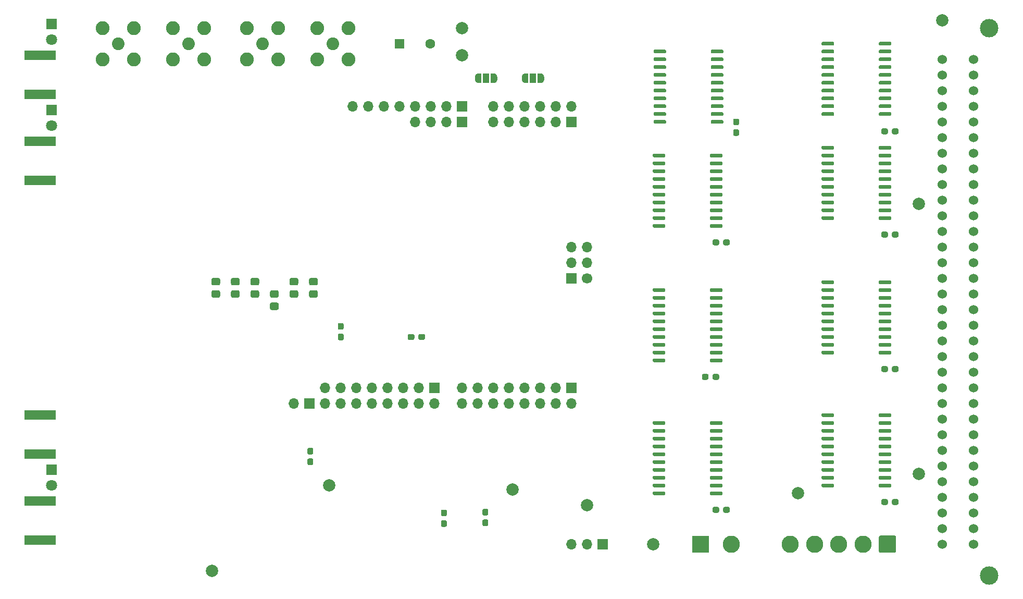
<source format=gbs>
%TF.GenerationSoftware,KiCad,Pcbnew,5.1.10-88a1d61d58~88~ubuntu18.04.1*%
%TF.CreationDate,2021-05-13T12:28:33+02:00*%
%TF.ProjectId,FPGA_buffer_board,46504741-5f62-4756-9666-65725f626f61,1.1*%
%TF.SameCoordinates,Original*%
%TF.FileFunction,Soldermask,Bot*%
%TF.FilePolarity,Negative*%
%FSLAX46Y46*%
G04 Gerber Fmt 4.6, Leading zero omitted, Abs format (unit mm)*
G04 Created by KiCad (PCBNEW 5.1.10-88a1d61d58~88~ubuntu18.04.1) date 2021-05-13 12:28:33*
%MOMM*%
%LPD*%
G01*
G04 APERTURE LIST*
%ADD10O,1.700000X1.700000*%
%ADD11R,1.700000X1.700000*%
%ADD12R,1.600000X1.600000*%
%ADD13C,1.600000*%
%ADD14C,2.800000*%
%ADD15R,5.080000X1.500000*%
%ADD16C,0.100000*%
%ADD17R,1.000000X1.500000*%
%ADD18R,2.800000X2.800000*%
%ADD19C,1.700000*%
%ADD20C,1.524000*%
%ADD21C,3.000000*%
%ADD22C,2.050000*%
%ADD23C,2.250000*%
%ADD24R,1.800000X1.800000*%
%ADD25C,1.800000*%
%ADD26C,2.000000*%
G04 APERTURE END LIST*
D10*
X165735000Y-68580000D03*
X165735000Y-71120000D03*
X168275000Y-68580000D03*
X168275000Y-71120000D03*
X170815000Y-68580000D03*
X170815000Y-71120000D03*
X173355000Y-68580000D03*
X173355000Y-71120000D03*
X175895000Y-68580000D03*
X175895000Y-71120000D03*
X178435000Y-68580000D03*
D11*
X178435000Y-71120000D03*
G36*
G01*
X201110000Y-71270000D02*
X201110000Y-70970000D01*
G75*
G02*
X201260000Y-70820000I150000J0D01*
G01*
X203010000Y-70820000D01*
G75*
G02*
X203160000Y-70970000I0J-150000D01*
G01*
X203160000Y-71270000D01*
G75*
G02*
X203010000Y-71420000I-150000J0D01*
G01*
X201260000Y-71420000D01*
G75*
G02*
X201110000Y-71270000I0J150000D01*
G01*
G37*
G36*
G01*
X201110000Y-70000000D02*
X201110000Y-69700000D01*
G75*
G02*
X201260000Y-69550000I150000J0D01*
G01*
X203010000Y-69550000D01*
G75*
G02*
X203160000Y-69700000I0J-150000D01*
G01*
X203160000Y-70000000D01*
G75*
G02*
X203010000Y-70150000I-150000J0D01*
G01*
X201260000Y-70150000D01*
G75*
G02*
X201110000Y-70000000I0J150000D01*
G01*
G37*
G36*
G01*
X201110000Y-68730000D02*
X201110000Y-68430000D01*
G75*
G02*
X201260000Y-68280000I150000J0D01*
G01*
X203010000Y-68280000D01*
G75*
G02*
X203160000Y-68430000I0J-150000D01*
G01*
X203160000Y-68730000D01*
G75*
G02*
X203010000Y-68880000I-150000J0D01*
G01*
X201260000Y-68880000D01*
G75*
G02*
X201110000Y-68730000I0J150000D01*
G01*
G37*
G36*
G01*
X201110000Y-67460000D02*
X201110000Y-67160000D01*
G75*
G02*
X201260000Y-67010000I150000J0D01*
G01*
X203010000Y-67010000D01*
G75*
G02*
X203160000Y-67160000I0J-150000D01*
G01*
X203160000Y-67460000D01*
G75*
G02*
X203010000Y-67610000I-150000J0D01*
G01*
X201260000Y-67610000D01*
G75*
G02*
X201110000Y-67460000I0J150000D01*
G01*
G37*
G36*
G01*
X201110000Y-66190000D02*
X201110000Y-65890000D01*
G75*
G02*
X201260000Y-65740000I150000J0D01*
G01*
X203010000Y-65740000D01*
G75*
G02*
X203160000Y-65890000I0J-150000D01*
G01*
X203160000Y-66190000D01*
G75*
G02*
X203010000Y-66340000I-150000J0D01*
G01*
X201260000Y-66340000D01*
G75*
G02*
X201110000Y-66190000I0J150000D01*
G01*
G37*
G36*
G01*
X201110000Y-64920000D02*
X201110000Y-64620000D01*
G75*
G02*
X201260000Y-64470000I150000J0D01*
G01*
X203010000Y-64470000D01*
G75*
G02*
X203160000Y-64620000I0J-150000D01*
G01*
X203160000Y-64920000D01*
G75*
G02*
X203010000Y-65070000I-150000J0D01*
G01*
X201260000Y-65070000D01*
G75*
G02*
X201110000Y-64920000I0J150000D01*
G01*
G37*
G36*
G01*
X201110000Y-63650000D02*
X201110000Y-63350000D01*
G75*
G02*
X201260000Y-63200000I150000J0D01*
G01*
X203010000Y-63200000D01*
G75*
G02*
X203160000Y-63350000I0J-150000D01*
G01*
X203160000Y-63650000D01*
G75*
G02*
X203010000Y-63800000I-150000J0D01*
G01*
X201260000Y-63800000D01*
G75*
G02*
X201110000Y-63650000I0J150000D01*
G01*
G37*
G36*
G01*
X201110000Y-62380000D02*
X201110000Y-62080000D01*
G75*
G02*
X201260000Y-61930000I150000J0D01*
G01*
X203010000Y-61930000D01*
G75*
G02*
X203160000Y-62080000I0J-150000D01*
G01*
X203160000Y-62380000D01*
G75*
G02*
X203010000Y-62530000I-150000J0D01*
G01*
X201260000Y-62530000D01*
G75*
G02*
X201110000Y-62380000I0J150000D01*
G01*
G37*
G36*
G01*
X201110000Y-61110000D02*
X201110000Y-60810000D01*
G75*
G02*
X201260000Y-60660000I150000J0D01*
G01*
X203010000Y-60660000D01*
G75*
G02*
X203160000Y-60810000I0J-150000D01*
G01*
X203160000Y-61110000D01*
G75*
G02*
X203010000Y-61260000I-150000J0D01*
G01*
X201260000Y-61260000D01*
G75*
G02*
X201110000Y-61110000I0J150000D01*
G01*
G37*
G36*
G01*
X201110000Y-59840000D02*
X201110000Y-59540000D01*
G75*
G02*
X201260000Y-59390000I150000J0D01*
G01*
X203010000Y-59390000D01*
G75*
G02*
X203160000Y-59540000I0J-150000D01*
G01*
X203160000Y-59840000D01*
G75*
G02*
X203010000Y-59990000I-150000J0D01*
G01*
X201260000Y-59990000D01*
G75*
G02*
X201110000Y-59840000I0J150000D01*
G01*
G37*
G36*
G01*
X191810000Y-59840000D02*
X191810000Y-59540000D01*
G75*
G02*
X191960000Y-59390000I150000J0D01*
G01*
X193710000Y-59390000D01*
G75*
G02*
X193860000Y-59540000I0J-150000D01*
G01*
X193860000Y-59840000D01*
G75*
G02*
X193710000Y-59990000I-150000J0D01*
G01*
X191960000Y-59990000D01*
G75*
G02*
X191810000Y-59840000I0J150000D01*
G01*
G37*
G36*
G01*
X191810000Y-61110000D02*
X191810000Y-60810000D01*
G75*
G02*
X191960000Y-60660000I150000J0D01*
G01*
X193710000Y-60660000D01*
G75*
G02*
X193860000Y-60810000I0J-150000D01*
G01*
X193860000Y-61110000D01*
G75*
G02*
X193710000Y-61260000I-150000J0D01*
G01*
X191960000Y-61260000D01*
G75*
G02*
X191810000Y-61110000I0J150000D01*
G01*
G37*
G36*
G01*
X191810000Y-62380000D02*
X191810000Y-62080000D01*
G75*
G02*
X191960000Y-61930000I150000J0D01*
G01*
X193710000Y-61930000D01*
G75*
G02*
X193860000Y-62080000I0J-150000D01*
G01*
X193860000Y-62380000D01*
G75*
G02*
X193710000Y-62530000I-150000J0D01*
G01*
X191960000Y-62530000D01*
G75*
G02*
X191810000Y-62380000I0J150000D01*
G01*
G37*
G36*
G01*
X191810000Y-63650000D02*
X191810000Y-63350000D01*
G75*
G02*
X191960000Y-63200000I150000J0D01*
G01*
X193710000Y-63200000D01*
G75*
G02*
X193860000Y-63350000I0J-150000D01*
G01*
X193860000Y-63650000D01*
G75*
G02*
X193710000Y-63800000I-150000J0D01*
G01*
X191960000Y-63800000D01*
G75*
G02*
X191810000Y-63650000I0J150000D01*
G01*
G37*
G36*
G01*
X191810000Y-64920000D02*
X191810000Y-64620000D01*
G75*
G02*
X191960000Y-64470000I150000J0D01*
G01*
X193710000Y-64470000D01*
G75*
G02*
X193860000Y-64620000I0J-150000D01*
G01*
X193860000Y-64920000D01*
G75*
G02*
X193710000Y-65070000I-150000J0D01*
G01*
X191960000Y-65070000D01*
G75*
G02*
X191810000Y-64920000I0J150000D01*
G01*
G37*
G36*
G01*
X191810000Y-66190000D02*
X191810000Y-65890000D01*
G75*
G02*
X191960000Y-65740000I150000J0D01*
G01*
X193710000Y-65740000D01*
G75*
G02*
X193860000Y-65890000I0J-150000D01*
G01*
X193860000Y-66190000D01*
G75*
G02*
X193710000Y-66340000I-150000J0D01*
G01*
X191960000Y-66340000D01*
G75*
G02*
X191810000Y-66190000I0J150000D01*
G01*
G37*
G36*
G01*
X191810000Y-67460000D02*
X191810000Y-67160000D01*
G75*
G02*
X191960000Y-67010000I150000J0D01*
G01*
X193710000Y-67010000D01*
G75*
G02*
X193860000Y-67160000I0J-150000D01*
G01*
X193860000Y-67460000D01*
G75*
G02*
X193710000Y-67610000I-150000J0D01*
G01*
X191960000Y-67610000D01*
G75*
G02*
X191810000Y-67460000I0J150000D01*
G01*
G37*
G36*
G01*
X191810000Y-68730000D02*
X191810000Y-68430000D01*
G75*
G02*
X191960000Y-68280000I150000J0D01*
G01*
X193710000Y-68280000D01*
G75*
G02*
X193860000Y-68430000I0J-150000D01*
G01*
X193860000Y-68730000D01*
G75*
G02*
X193710000Y-68880000I-150000J0D01*
G01*
X191960000Y-68880000D01*
G75*
G02*
X191810000Y-68730000I0J150000D01*
G01*
G37*
G36*
G01*
X191810000Y-70000000D02*
X191810000Y-69700000D01*
G75*
G02*
X191960000Y-69550000I150000J0D01*
G01*
X193710000Y-69550000D01*
G75*
G02*
X193860000Y-69700000I0J-150000D01*
G01*
X193860000Y-70000000D01*
G75*
G02*
X193710000Y-70150000I-150000J0D01*
G01*
X191960000Y-70150000D01*
G75*
G02*
X191810000Y-70000000I0J150000D01*
G01*
G37*
G36*
G01*
X191810000Y-71270000D02*
X191810000Y-70970000D01*
G75*
G02*
X191960000Y-70820000I150000J0D01*
G01*
X193710000Y-70820000D01*
G75*
G02*
X193860000Y-70970000I0J-150000D01*
G01*
X193860000Y-71270000D01*
G75*
G02*
X193710000Y-71420000I-150000J0D01*
G01*
X191960000Y-71420000D01*
G75*
G02*
X191810000Y-71270000I0J150000D01*
G01*
G37*
G36*
G01*
X219115000Y-108735000D02*
X219115000Y-108435000D01*
G75*
G02*
X219265000Y-108285000I150000J0D01*
G01*
X221015000Y-108285000D01*
G75*
G02*
X221165000Y-108435000I0J-150000D01*
G01*
X221165000Y-108735000D01*
G75*
G02*
X221015000Y-108885000I-150000J0D01*
G01*
X219265000Y-108885000D01*
G75*
G02*
X219115000Y-108735000I0J150000D01*
G01*
G37*
G36*
G01*
X219115000Y-107465000D02*
X219115000Y-107165000D01*
G75*
G02*
X219265000Y-107015000I150000J0D01*
G01*
X221015000Y-107015000D01*
G75*
G02*
X221165000Y-107165000I0J-150000D01*
G01*
X221165000Y-107465000D01*
G75*
G02*
X221015000Y-107615000I-150000J0D01*
G01*
X219265000Y-107615000D01*
G75*
G02*
X219115000Y-107465000I0J150000D01*
G01*
G37*
G36*
G01*
X219115000Y-106195000D02*
X219115000Y-105895000D01*
G75*
G02*
X219265000Y-105745000I150000J0D01*
G01*
X221015000Y-105745000D01*
G75*
G02*
X221165000Y-105895000I0J-150000D01*
G01*
X221165000Y-106195000D01*
G75*
G02*
X221015000Y-106345000I-150000J0D01*
G01*
X219265000Y-106345000D01*
G75*
G02*
X219115000Y-106195000I0J150000D01*
G01*
G37*
G36*
G01*
X219115000Y-104925000D02*
X219115000Y-104625000D01*
G75*
G02*
X219265000Y-104475000I150000J0D01*
G01*
X221015000Y-104475000D01*
G75*
G02*
X221165000Y-104625000I0J-150000D01*
G01*
X221165000Y-104925000D01*
G75*
G02*
X221015000Y-105075000I-150000J0D01*
G01*
X219265000Y-105075000D01*
G75*
G02*
X219115000Y-104925000I0J150000D01*
G01*
G37*
G36*
G01*
X219115000Y-103655000D02*
X219115000Y-103355000D01*
G75*
G02*
X219265000Y-103205000I150000J0D01*
G01*
X221015000Y-103205000D01*
G75*
G02*
X221165000Y-103355000I0J-150000D01*
G01*
X221165000Y-103655000D01*
G75*
G02*
X221015000Y-103805000I-150000J0D01*
G01*
X219265000Y-103805000D01*
G75*
G02*
X219115000Y-103655000I0J150000D01*
G01*
G37*
G36*
G01*
X219115000Y-102385000D02*
X219115000Y-102085000D01*
G75*
G02*
X219265000Y-101935000I150000J0D01*
G01*
X221015000Y-101935000D01*
G75*
G02*
X221165000Y-102085000I0J-150000D01*
G01*
X221165000Y-102385000D01*
G75*
G02*
X221015000Y-102535000I-150000J0D01*
G01*
X219265000Y-102535000D01*
G75*
G02*
X219115000Y-102385000I0J150000D01*
G01*
G37*
G36*
G01*
X219115000Y-101115000D02*
X219115000Y-100815000D01*
G75*
G02*
X219265000Y-100665000I150000J0D01*
G01*
X221015000Y-100665000D01*
G75*
G02*
X221165000Y-100815000I0J-150000D01*
G01*
X221165000Y-101115000D01*
G75*
G02*
X221015000Y-101265000I-150000J0D01*
G01*
X219265000Y-101265000D01*
G75*
G02*
X219115000Y-101115000I0J150000D01*
G01*
G37*
G36*
G01*
X219115000Y-99845000D02*
X219115000Y-99545000D01*
G75*
G02*
X219265000Y-99395000I150000J0D01*
G01*
X221015000Y-99395000D01*
G75*
G02*
X221165000Y-99545000I0J-150000D01*
G01*
X221165000Y-99845000D01*
G75*
G02*
X221015000Y-99995000I-150000J0D01*
G01*
X219265000Y-99995000D01*
G75*
G02*
X219115000Y-99845000I0J150000D01*
G01*
G37*
G36*
G01*
X219115000Y-98575000D02*
X219115000Y-98275000D01*
G75*
G02*
X219265000Y-98125000I150000J0D01*
G01*
X221015000Y-98125000D01*
G75*
G02*
X221165000Y-98275000I0J-150000D01*
G01*
X221165000Y-98575000D01*
G75*
G02*
X221015000Y-98725000I-150000J0D01*
G01*
X219265000Y-98725000D01*
G75*
G02*
X219115000Y-98575000I0J150000D01*
G01*
G37*
G36*
G01*
X219115000Y-97305000D02*
X219115000Y-97005000D01*
G75*
G02*
X219265000Y-96855000I150000J0D01*
G01*
X221015000Y-96855000D01*
G75*
G02*
X221165000Y-97005000I0J-150000D01*
G01*
X221165000Y-97305000D01*
G75*
G02*
X221015000Y-97455000I-150000J0D01*
G01*
X219265000Y-97455000D01*
G75*
G02*
X219115000Y-97305000I0J150000D01*
G01*
G37*
G36*
G01*
X228415000Y-97305000D02*
X228415000Y-97005000D01*
G75*
G02*
X228565000Y-96855000I150000J0D01*
G01*
X230315000Y-96855000D01*
G75*
G02*
X230465000Y-97005000I0J-150000D01*
G01*
X230465000Y-97305000D01*
G75*
G02*
X230315000Y-97455000I-150000J0D01*
G01*
X228565000Y-97455000D01*
G75*
G02*
X228415000Y-97305000I0J150000D01*
G01*
G37*
G36*
G01*
X228415000Y-98575000D02*
X228415000Y-98275000D01*
G75*
G02*
X228565000Y-98125000I150000J0D01*
G01*
X230315000Y-98125000D01*
G75*
G02*
X230465000Y-98275000I0J-150000D01*
G01*
X230465000Y-98575000D01*
G75*
G02*
X230315000Y-98725000I-150000J0D01*
G01*
X228565000Y-98725000D01*
G75*
G02*
X228415000Y-98575000I0J150000D01*
G01*
G37*
G36*
G01*
X228415000Y-99845000D02*
X228415000Y-99545000D01*
G75*
G02*
X228565000Y-99395000I150000J0D01*
G01*
X230315000Y-99395000D01*
G75*
G02*
X230465000Y-99545000I0J-150000D01*
G01*
X230465000Y-99845000D01*
G75*
G02*
X230315000Y-99995000I-150000J0D01*
G01*
X228565000Y-99995000D01*
G75*
G02*
X228415000Y-99845000I0J150000D01*
G01*
G37*
G36*
G01*
X228415000Y-101115000D02*
X228415000Y-100815000D01*
G75*
G02*
X228565000Y-100665000I150000J0D01*
G01*
X230315000Y-100665000D01*
G75*
G02*
X230465000Y-100815000I0J-150000D01*
G01*
X230465000Y-101115000D01*
G75*
G02*
X230315000Y-101265000I-150000J0D01*
G01*
X228565000Y-101265000D01*
G75*
G02*
X228415000Y-101115000I0J150000D01*
G01*
G37*
G36*
G01*
X228415000Y-102385000D02*
X228415000Y-102085000D01*
G75*
G02*
X228565000Y-101935000I150000J0D01*
G01*
X230315000Y-101935000D01*
G75*
G02*
X230465000Y-102085000I0J-150000D01*
G01*
X230465000Y-102385000D01*
G75*
G02*
X230315000Y-102535000I-150000J0D01*
G01*
X228565000Y-102535000D01*
G75*
G02*
X228415000Y-102385000I0J150000D01*
G01*
G37*
G36*
G01*
X228415000Y-103655000D02*
X228415000Y-103355000D01*
G75*
G02*
X228565000Y-103205000I150000J0D01*
G01*
X230315000Y-103205000D01*
G75*
G02*
X230465000Y-103355000I0J-150000D01*
G01*
X230465000Y-103655000D01*
G75*
G02*
X230315000Y-103805000I-150000J0D01*
G01*
X228565000Y-103805000D01*
G75*
G02*
X228415000Y-103655000I0J150000D01*
G01*
G37*
G36*
G01*
X228415000Y-104925000D02*
X228415000Y-104625000D01*
G75*
G02*
X228565000Y-104475000I150000J0D01*
G01*
X230315000Y-104475000D01*
G75*
G02*
X230465000Y-104625000I0J-150000D01*
G01*
X230465000Y-104925000D01*
G75*
G02*
X230315000Y-105075000I-150000J0D01*
G01*
X228565000Y-105075000D01*
G75*
G02*
X228415000Y-104925000I0J150000D01*
G01*
G37*
G36*
G01*
X228415000Y-106195000D02*
X228415000Y-105895000D01*
G75*
G02*
X228565000Y-105745000I150000J0D01*
G01*
X230315000Y-105745000D01*
G75*
G02*
X230465000Y-105895000I0J-150000D01*
G01*
X230465000Y-106195000D01*
G75*
G02*
X230315000Y-106345000I-150000J0D01*
G01*
X228565000Y-106345000D01*
G75*
G02*
X228415000Y-106195000I0J150000D01*
G01*
G37*
G36*
G01*
X228415000Y-107465000D02*
X228415000Y-107165000D01*
G75*
G02*
X228565000Y-107015000I150000J0D01*
G01*
X230315000Y-107015000D01*
G75*
G02*
X230465000Y-107165000I0J-150000D01*
G01*
X230465000Y-107465000D01*
G75*
G02*
X230315000Y-107615000I-150000J0D01*
G01*
X228565000Y-107615000D01*
G75*
G02*
X228415000Y-107465000I0J150000D01*
G01*
G37*
G36*
G01*
X228415000Y-108735000D02*
X228415000Y-108435000D01*
G75*
G02*
X228565000Y-108285000I150000J0D01*
G01*
X230315000Y-108285000D01*
G75*
G02*
X230465000Y-108435000I0J-150000D01*
G01*
X230465000Y-108735000D01*
G75*
G02*
X230315000Y-108885000I-150000J0D01*
G01*
X228565000Y-108885000D01*
G75*
G02*
X228415000Y-108735000I0J150000D01*
G01*
G37*
G36*
G01*
X219115000Y-130325000D02*
X219115000Y-130025000D01*
G75*
G02*
X219265000Y-129875000I150000J0D01*
G01*
X221015000Y-129875000D01*
G75*
G02*
X221165000Y-130025000I0J-150000D01*
G01*
X221165000Y-130325000D01*
G75*
G02*
X221015000Y-130475000I-150000J0D01*
G01*
X219265000Y-130475000D01*
G75*
G02*
X219115000Y-130325000I0J150000D01*
G01*
G37*
G36*
G01*
X219115000Y-129055000D02*
X219115000Y-128755000D01*
G75*
G02*
X219265000Y-128605000I150000J0D01*
G01*
X221015000Y-128605000D01*
G75*
G02*
X221165000Y-128755000I0J-150000D01*
G01*
X221165000Y-129055000D01*
G75*
G02*
X221015000Y-129205000I-150000J0D01*
G01*
X219265000Y-129205000D01*
G75*
G02*
X219115000Y-129055000I0J150000D01*
G01*
G37*
G36*
G01*
X219115000Y-127785000D02*
X219115000Y-127485000D01*
G75*
G02*
X219265000Y-127335000I150000J0D01*
G01*
X221015000Y-127335000D01*
G75*
G02*
X221165000Y-127485000I0J-150000D01*
G01*
X221165000Y-127785000D01*
G75*
G02*
X221015000Y-127935000I-150000J0D01*
G01*
X219265000Y-127935000D01*
G75*
G02*
X219115000Y-127785000I0J150000D01*
G01*
G37*
G36*
G01*
X219115000Y-126515000D02*
X219115000Y-126215000D01*
G75*
G02*
X219265000Y-126065000I150000J0D01*
G01*
X221015000Y-126065000D01*
G75*
G02*
X221165000Y-126215000I0J-150000D01*
G01*
X221165000Y-126515000D01*
G75*
G02*
X221015000Y-126665000I-150000J0D01*
G01*
X219265000Y-126665000D01*
G75*
G02*
X219115000Y-126515000I0J150000D01*
G01*
G37*
G36*
G01*
X219115000Y-125245000D02*
X219115000Y-124945000D01*
G75*
G02*
X219265000Y-124795000I150000J0D01*
G01*
X221015000Y-124795000D01*
G75*
G02*
X221165000Y-124945000I0J-150000D01*
G01*
X221165000Y-125245000D01*
G75*
G02*
X221015000Y-125395000I-150000J0D01*
G01*
X219265000Y-125395000D01*
G75*
G02*
X219115000Y-125245000I0J150000D01*
G01*
G37*
G36*
G01*
X219115000Y-123975000D02*
X219115000Y-123675000D01*
G75*
G02*
X219265000Y-123525000I150000J0D01*
G01*
X221015000Y-123525000D01*
G75*
G02*
X221165000Y-123675000I0J-150000D01*
G01*
X221165000Y-123975000D01*
G75*
G02*
X221015000Y-124125000I-150000J0D01*
G01*
X219265000Y-124125000D01*
G75*
G02*
X219115000Y-123975000I0J150000D01*
G01*
G37*
G36*
G01*
X219115000Y-122705000D02*
X219115000Y-122405000D01*
G75*
G02*
X219265000Y-122255000I150000J0D01*
G01*
X221015000Y-122255000D01*
G75*
G02*
X221165000Y-122405000I0J-150000D01*
G01*
X221165000Y-122705000D01*
G75*
G02*
X221015000Y-122855000I-150000J0D01*
G01*
X219265000Y-122855000D01*
G75*
G02*
X219115000Y-122705000I0J150000D01*
G01*
G37*
G36*
G01*
X219115000Y-121435000D02*
X219115000Y-121135000D01*
G75*
G02*
X219265000Y-120985000I150000J0D01*
G01*
X221015000Y-120985000D01*
G75*
G02*
X221165000Y-121135000I0J-150000D01*
G01*
X221165000Y-121435000D01*
G75*
G02*
X221015000Y-121585000I-150000J0D01*
G01*
X219265000Y-121585000D01*
G75*
G02*
X219115000Y-121435000I0J150000D01*
G01*
G37*
G36*
G01*
X219115000Y-120165000D02*
X219115000Y-119865000D01*
G75*
G02*
X219265000Y-119715000I150000J0D01*
G01*
X221015000Y-119715000D01*
G75*
G02*
X221165000Y-119865000I0J-150000D01*
G01*
X221165000Y-120165000D01*
G75*
G02*
X221015000Y-120315000I-150000J0D01*
G01*
X219265000Y-120315000D01*
G75*
G02*
X219115000Y-120165000I0J150000D01*
G01*
G37*
G36*
G01*
X219115000Y-118895000D02*
X219115000Y-118595000D01*
G75*
G02*
X219265000Y-118445000I150000J0D01*
G01*
X221015000Y-118445000D01*
G75*
G02*
X221165000Y-118595000I0J-150000D01*
G01*
X221165000Y-118895000D01*
G75*
G02*
X221015000Y-119045000I-150000J0D01*
G01*
X219265000Y-119045000D01*
G75*
G02*
X219115000Y-118895000I0J150000D01*
G01*
G37*
G36*
G01*
X228415000Y-118895000D02*
X228415000Y-118595000D01*
G75*
G02*
X228565000Y-118445000I150000J0D01*
G01*
X230315000Y-118445000D01*
G75*
G02*
X230465000Y-118595000I0J-150000D01*
G01*
X230465000Y-118895000D01*
G75*
G02*
X230315000Y-119045000I-150000J0D01*
G01*
X228565000Y-119045000D01*
G75*
G02*
X228415000Y-118895000I0J150000D01*
G01*
G37*
G36*
G01*
X228415000Y-120165000D02*
X228415000Y-119865000D01*
G75*
G02*
X228565000Y-119715000I150000J0D01*
G01*
X230315000Y-119715000D01*
G75*
G02*
X230465000Y-119865000I0J-150000D01*
G01*
X230465000Y-120165000D01*
G75*
G02*
X230315000Y-120315000I-150000J0D01*
G01*
X228565000Y-120315000D01*
G75*
G02*
X228415000Y-120165000I0J150000D01*
G01*
G37*
G36*
G01*
X228415000Y-121435000D02*
X228415000Y-121135000D01*
G75*
G02*
X228565000Y-120985000I150000J0D01*
G01*
X230315000Y-120985000D01*
G75*
G02*
X230465000Y-121135000I0J-150000D01*
G01*
X230465000Y-121435000D01*
G75*
G02*
X230315000Y-121585000I-150000J0D01*
G01*
X228565000Y-121585000D01*
G75*
G02*
X228415000Y-121435000I0J150000D01*
G01*
G37*
G36*
G01*
X228415000Y-122705000D02*
X228415000Y-122405000D01*
G75*
G02*
X228565000Y-122255000I150000J0D01*
G01*
X230315000Y-122255000D01*
G75*
G02*
X230465000Y-122405000I0J-150000D01*
G01*
X230465000Y-122705000D01*
G75*
G02*
X230315000Y-122855000I-150000J0D01*
G01*
X228565000Y-122855000D01*
G75*
G02*
X228415000Y-122705000I0J150000D01*
G01*
G37*
G36*
G01*
X228415000Y-123975000D02*
X228415000Y-123675000D01*
G75*
G02*
X228565000Y-123525000I150000J0D01*
G01*
X230315000Y-123525000D01*
G75*
G02*
X230465000Y-123675000I0J-150000D01*
G01*
X230465000Y-123975000D01*
G75*
G02*
X230315000Y-124125000I-150000J0D01*
G01*
X228565000Y-124125000D01*
G75*
G02*
X228415000Y-123975000I0J150000D01*
G01*
G37*
G36*
G01*
X228415000Y-125245000D02*
X228415000Y-124945000D01*
G75*
G02*
X228565000Y-124795000I150000J0D01*
G01*
X230315000Y-124795000D01*
G75*
G02*
X230465000Y-124945000I0J-150000D01*
G01*
X230465000Y-125245000D01*
G75*
G02*
X230315000Y-125395000I-150000J0D01*
G01*
X228565000Y-125395000D01*
G75*
G02*
X228415000Y-125245000I0J150000D01*
G01*
G37*
G36*
G01*
X228415000Y-126515000D02*
X228415000Y-126215000D01*
G75*
G02*
X228565000Y-126065000I150000J0D01*
G01*
X230315000Y-126065000D01*
G75*
G02*
X230465000Y-126215000I0J-150000D01*
G01*
X230465000Y-126515000D01*
G75*
G02*
X230315000Y-126665000I-150000J0D01*
G01*
X228565000Y-126665000D01*
G75*
G02*
X228415000Y-126515000I0J150000D01*
G01*
G37*
G36*
G01*
X228415000Y-127785000D02*
X228415000Y-127485000D01*
G75*
G02*
X228565000Y-127335000I150000J0D01*
G01*
X230315000Y-127335000D01*
G75*
G02*
X230465000Y-127485000I0J-150000D01*
G01*
X230465000Y-127785000D01*
G75*
G02*
X230315000Y-127935000I-150000J0D01*
G01*
X228565000Y-127935000D01*
G75*
G02*
X228415000Y-127785000I0J150000D01*
G01*
G37*
G36*
G01*
X228415000Y-129055000D02*
X228415000Y-128755000D01*
G75*
G02*
X228565000Y-128605000I150000J0D01*
G01*
X230315000Y-128605000D01*
G75*
G02*
X230465000Y-128755000I0J-150000D01*
G01*
X230465000Y-129055000D01*
G75*
G02*
X230315000Y-129205000I-150000J0D01*
G01*
X228565000Y-129205000D01*
G75*
G02*
X228415000Y-129055000I0J150000D01*
G01*
G37*
G36*
G01*
X228415000Y-130325000D02*
X228415000Y-130025000D01*
G75*
G02*
X228565000Y-129875000I150000J0D01*
G01*
X230315000Y-129875000D01*
G75*
G02*
X230465000Y-130025000I0J-150000D01*
G01*
X230465000Y-130325000D01*
G75*
G02*
X230315000Y-130475000I-150000J0D01*
G01*
X228565000Y-130475000D01*
G75*
G02*
X228415000Y-130325000I0J150000D01*
G01*
G37*
D12*
X150495000Y-58420000D03*
D13*
X155495000Y-58420000D03*
D11*
X183515000Y-139700000D03*
D10*
X180975000Y-139700000D03*
X178435000Y-139700000D03*
G36*
G01*
X231235000Y-138560400D02*
X231235000Y-140839600D01*
G75*
G02*
X230974600Y-141100000I-260400J0D01*
G01*
X228695400Y-141100000D01*
G75*
G02*
X228435000Y-140839600I0J260400D01*
G01*
X228435000Y-138560400D01*
G75*
G02*
X228695400Y-138300000I260400J0D01*
G01*
X230974600Y-138300000D01*
G75*
G02*
X231235000Y-138560400I0J-260400D01*
G01*
G37*
D14*
X225875000Y-139700000D03*
X221915000Y-139700000D03*
X217955000Y-139700000D03*
X213995000Y-139700000D03*
D15*
X92075000Y-132715000D03*
X92075000Y-139065000D03*
X92075000Y-125095000D03*
X92075000Y-118745000D03*
D16*
G36*
X170912000Y-64757398D02*
G01*
X170887466Y-64757398D01*
X170838635Y-64752588D01*
X170790510Y-64743016D01*
X170743555Y-64728772D01*
X170698222Y-64709995D01*
X170654949Y-64686864D01*
X170614150Y-64659604D01*
X170576221Y-64628476D01*
X170541524Y-64593779D01*
X170510396Y-64555850D01*
X170483136Y-64515051D01*
X170460005Y-64471778D01*
X170441228Y-64426445D01*
X170426984Y-64379490D01*
X170417412Y-64331365D01*
X170412602Y-64282534D01*
X170412602Y-64258000D01*
X170412000Y-64258000D01*
X170412000Y-63758000D01*
X170412602Y-63758000D01*
X170412602Y-63733466D01*
X170417412Y-63684635D01*
X170426984Y-63636510D01*
X170441228Y-63589555D01*
X170460005Y-63544222D01*
X170483136Y-63500949D01*
X170510396Y-63460150D01*
X170541524Y-63422221D01*
X170576221Y-63387524D01*
X170614150Y-63356396D01*
X170654949Y-63329136D01*
X170698222Y-63306005D01*
X170743555Y-63287228D01*
X170790510Y-63272984D01*
X170838635Y-63263412D01*
X170887466Y-63258602D01*
X170912000Y-63258602D01*
X170912000Y-63258000D01*
X171462000Y-63258000D01*
X171462000Y-64758000D01*
X170912000Y-64758000D01*
X170912000Y-64757398D01*
G37*
D17*
X172212000Y-64008000D03*
D16*
G36*
X172962000Y-63258000D02*
G01*
X173512000Y-63258000D01*
X173512000Y-63258602D01*
X173536534Y-63258602D01*
X173585365Y-63263412D01*
X173633490Y-63272984D01*
X173680445Y-63287228D01*
X173725778Y-63306005D01*
X173769051Y-63329136D01*
X173809850Y-63356396D01*
X173847779Y-63387524D01*
X173882476Y-63422221D01*
X173913604Y-63460150D01*
X173940864Y-63500949D01*
X173963995Y-63544222D01*
X173982772Y-63589555D01*
X173997016Y-63636510D01*
X174006588Y-63684635D01*
X174011398Y-63733466D01*
X174011398Y-63758000D01*
X174012000Y-63758000D01*
X174012000Y-64258000D01*
X174011398Y-64258000D01*
X174011398Y-64282534D01*
X174006588Y-64331365D01*
X173997016Y-64379490D01*
X173982772Y-64426445D01*
X173963995Y-64471778D01*
X173940864Y-64515051D01*
X173913604Y-64555850D01*
X173882476Y-64593779D01*
X173847779Y-64628476D01*
X173809850Y-64659604D01*
X173769051Y-64686864D01*
X173725778Y-64709995D01*
X173680445Y-64728772D01*
X173633490Y-64743016D01*
X173585365Y-64752588D01*
X173536534Y-64757398D01*
X173512000Y-64757398D01*
X173512000Y-64758000D01*
X172962000Y-64758000D01*
X172962000Y-63258000D01*
G37*
G36*
G01*
X200983000Y-88161000D02*
X200983000Y-87861000D01*
G75*
G02*
X201133000Y-87711000I150000J0D01*
G01*
X202883000Y-87711000D01*
G75*
G02*
X203033000Y-87861000I0J-150000D01*
G01*
X203033000Y-88161000D01*
G75*
G02*
X202883000Y-88311000I-150000J0D01*
G01*
X201133000Y-88311000D01*
G75*
G02*
X200983000Y-88161000I0J150000D01*
G01*
G37*
G36*
G01*
X200983000Y-86891000D02*
X200983000Y-86591000D01*
G75*
G02*
X201133000Y-86441000I150000J0D01*
G01*
X202883000Y-86441000D01*
G75*
G02*
X203033000Y-86591000I0J-150000D01*
G01*
X203033000Y-86891000D01*
G75*
G02*
X202883000Y-87041000I-150000J0D01*
G01*
X201133000Y-87041000D01*
G75*
G02*
X200983000Y-86891000I0J150000D01*
G01*
G37*
G36*
G01*
X200983000Y-85621000D02*
X200983000Y-85321000D01*
G75*
G02*
X201133000Y-85171000I150000J0D01*
G01*
X202883000Y-85171000D01*
G75*
G02*
X203033000Y-85321000I0J-150000D01*
G01*
X203033000Y-85621000D01*
G75*
G02*
X202883000Y-85771000I-150000J0D01*
G01*
X201133000Y-85771000D01*
G75*
G02*
X200983000Y-85621000I0J150000D01*
G01*
G37*
G36*
G01*
X200983000Y-84351000D02*
X200983000Y-84051000D01*
G75*
G02*
X201133000Y-83901000I150000J0D01*
G01*
X202883000Y-83901000D01*
G75*
G02*
X203033000Y-84051000I0J-150000D01*
G01*
X203033000Y-84351000D01*
G75*
G02*
X202883000Y-84501000I-150000J0D01*
G01*
X201133000Y-84501000D01*
G75*
G02*
X200983000Y-84351000I0J150000D01*
G01*
G37*
G36*
G01*
X200983000Y-83081000D02*
X200983000Y-82781000D01*
G75*
G02*
X201133000Y-82631000I150000J0D01*
G01*
X202883000Y-82631000D01*
G75*
G02*
X203033000Y-82781000I0J-150000D01*
G01*
X203033000Y-83081000D01*
G75*
G02*
X202883000Y-83231000I-150000J0D01*
G01*
X201133000Y-83231000D01*
G75*
G02*
X200983000Y-83081000I0J150000D01*
G01*
G37*
G36*
G01*
X200983000Y-81811000D02*
X200983000Y-81511000D01*
G75*
G02*
X201133000Y-81361000I150000J0D01*
G01*
X202883000Y-81361000D01*
G75*
G02*
X203033000Y-81511000I0J-150000D01*
G01*
X203033000Y-81811000D01*
G75*
G02*
X202883000Y-81961000I-150000J0D01*
G01*
X201133000Y-81961000D01*
G75*
G02*
X200983000Y-81811000I0J150000D01*
G01*
G37*
G36*
G01*
X200983000Y-80541000D02*
X200983000Y-80241000D01*
G75*
G02*
X201133000Y-80091000I150000J0D01*
G01*
X202883000Y-80091000D01*
G75*
G02*
X203033000Y-80241000I0J-150000D01*
G01*
X203033000Y-80541000D01*
G75*
G02*
X202883000Y-80691000I-150000J0D01*
G01*
X201133000Y-80691000D01*
G75*
G02*
X200983000Y-80541000I0J150000D01*
G01*
G37*
G36*
G01*
X200983000Y-79271000D02*
X200983000Y-78971000D01*
G75*
G02*
X201133000Y-78821000I150000J0D01*
G01*
X202883000Y-78821000D01*
G75*
G02*
X203033000Y-78971000I0J-150000D01*
G01*
X203033000Y-79271000D01*
G75*
G02*
X202883000Y-79421000I-150000J0D01*
G01*
X201133000Y-79421000D01*
G75*
G02*
X200983000Y-79271000I0J150000D01*
G01*
G37*
G36*
G01*
X200983000Y-78001000D02*
X200983000Y-77701000D01*
G75*
G02*
X201133000Y-77551000I150000J0D01*
G01*
X202883000Y-77551000D01*
G75*
G02*
X203033000Y-77701000I0J-150000D01*
G01*
X203033000Y-78001000D01*
G75*
G02*
X202883000Y-78151000I-150000J0D01*
G01*
X201133000Y-78151000D01*
G75*
G02*
X200983000Y-78001000I0J150000D01*
G01*
G37*
G36*
G01*
X200983000Y-76731000D02*
X200983000Y-76431000D01*
G75*
G02*
X201133000Y-76281000I150000J0D01*
G01*
X202883000Y-76281000D01*
G75*
G02*
X203033000Y-76431000I0J-150000D01*
G01*
X203033000Y-76731000D01*
G75*
G02*
X202883000Y-76881000I-150000J0D01*
G01*
X201133000Y-76881000D01*
G75*
G02*
X200983000Y-76731000I0J150000D01*
G01*
G37*
G36*
G01*
X191683000Y-76731000D02*
X191683000Y-76431000D01*
G75*
G02*
X191833000Y-76281000I150000J0D01*
G01*
X193583000Y-76281000D01*
G75*
G02*
X193733000Y-76431000I0J-150000D01*
G01*
X193733000Y-76731000D01*
G75*
G02*
X193583000Y-76881000I-150000J0D01*
G01*
X191833000Y-76881000D01*
G75*
G02*
X191683000Y-76731000I0J150000D01*
G01*
G37*
G36*
G01*
X191683000Y-78001000D02*
X191683000Y-77701000D01*
G75*
G02*
X191833000Y-77551000I150000J0D01*
G01*
X193583000Y-77551000D01*
G75*
G02*
X193733000Y-77701000I0J-150000D01*
G01*
X193733000Y-78001000D01*
G75*
G02*
X193583000Y-78151000I-150000J0D01*
G01*
X191833000Y-78151000D01*
G75*
G02*
X191683000Y-78001000I0J150000D01*
G01*
G37*
G36*
G01*
X191683000Y-79271000D02*
X191683000Y-78971000D01*
G75*
G02*
X191833000Y-78821000I150000J0D01*
G01*
X193583000Y-78821000D01*
G75*
G02*
X193733000Y-78971000I0J-150000D01*
G01*
X193733000Y-79271000D01*
G75*
G02*
X193583000Y-79421000I-150000J0D01*
G01*
X191833000Y-79421000D01*
G75*
G02*
X191683000Y-79271000I0J150000D01*
G01*
G37*
G36*
G01*
X191683000Y-80541000D02*
X191683000Y-80241000D01*
G75*
G02*
X191833000Y-80091000I150000J0D01*
G01*
X193583000Y-80091000D01*
G75*
G02*
X193733000Y-80241000I0J-150000D01*
G01*
X193733000Y-80541000D01*
G75*
G02*
X193583000Y-80691000I-150000J0D01*
G01*
X191833000Y-80691000D01*
G75*
G02*
X191683000Y-80541000I0J150000D01*
G01*
G37*
G36*
G01*
X191683000Y-81811000D02*
X191683000Y-81511000D01*
G75*
G02*
X191833000Y-81361000I150000J0D01*
G01*
X193583000Y-81361000D01*
G75*
G02*
X193733000Y-81511000I0J-150000D01*
G01*
X193733000Y-81811000D01*
G75*
G02*
X193583000Y-81961000I-150000J0D01*
G01*
X191833000Y-81961000D01*
G75*
G02*
X191683000Y-81811000I0J150000D01*
G01*
G37*
G36*
G01*
X191683000Y-83081000D02*
X191683000Y-82781000D01*
G75*
G02*
X191833000Y-82631000I150000J0D01*
G01*
X193583000Y-82631000D01*
G75*
G02*
X193733000Y-82781000I0J-150000D01*
G01*
X193733000Y-83081000D01*
G75*
G02*
X193583000Y-83231000I-150000J0D01*
G01*
X191833000Y-83231000D01*
G75*
G02*
X191683000Y-83081000I0J150000D01*
G01*
G37*
G36*
G01*
X191683000Y-84351000D02*
X191683000Y-84051000D01*
G75*
G02*
X191833000Y-83901000I150000J0D01*
G01*
X193583000Y-83901000D01*
G75*
G02*
X193733000Y-84051000I0J-150000D01*
G01*
X193733000Y-84351000D01*
G75*
G02*
X193583000Y-84501000I-150000J0D01*
G01*
X191833000Y-84501000D01*
G75*
G02*
X191683000Y-84351000I0J150000D01*
G01*
G37*
G36*
G01*
X191683000Y-85621000D02*
X191683000Y-85321000D01*
G75*
G02*
X191833000Y-85171000I150000J0D01*
G01*
X193583000Y-85171000D01*
G75*
G02*
X193733000Y-85321000I0J-150000D01*
G01*
X193733000Y-85621000D01*
G75*
G02*
X193583000Y-85771000I-150000J0D01*
G01*
X191833000Y-85771000D01*
G75*
G02*
X191683000Y-85621000I0J150000D01*
G01*
G37*
G36*
G01*
X191683000Y-86891000D02*
X191683000Y-86591000D01*
G75*
G02*
X191833000Y-86441000I150000J0D01*
G01*
X193583000Y-86441000D01*
G75*
G02*
X193733000Y-86591000I0J-150000D01*
G01*
X193733000Y-86891000D01*
G75*
G02*
X193583000Y-87041000I-150000J0D01*
G01*
X191833000Y-87041000D01*
G75*
G02*
X191683000Y-86891000I0J150000D01*
G01*
G37*
G36*
G01*
X191683000Y-88161000D02*
X191683000Y-87861000D01*
G75*
G02*
X191833000Y-87711000I150000J0D01*
G01*
X193583000Y-87711000D01*
G75*
G02*
X193733000Y-87861000I0J-150000D01*
G01*
X193733000Y-88161000D01*
G75*
G02*
X193583000Y-88311000I-150000J0D01*
G01*
X191833000Y-88311000D01*
G75*
G02*
X191683000Y-88161000I0J150000D01*
G01*
G37*
G36*
G01*
X191683000Y-110005000D02*
X191683000Y-109705000D01*
G75*
G02*
X191833000Y-109555000I150000J0D01*
G01*
X193583000Y-109555000D01*
G75*
G02*
X193733000Y-109705000I0J-150000D01*
G01*
X193733000Y-110005000D01*
G75*
G02*
X193583000Y-110155000I-150000J0D01*
G01*
X191833000Y-110155000D01*
G75*
G02*
X191683000Y-110005000I0J150000D01*
G01*
G37*
G36*
G01*
X191683000Y-108735000D02*
X191683000Y-108435000D01*
G75*
G02*
X191833000Y-108285000I150000J0D01*
G01*
X193583000Y-108285000D01*
G75*
G02*
X193733000Y-108435000I0J-150000D01*
G01*
X193733000Y-108735000D01*
G75*
G02*
X193583000Y-108885000I-150000J0D01*
G01*
X191833000Y-108885000D01*
G75*
G02*
X191683000Y-108735000I0J150000D01*
G01*
G37*
G36*
G01*
X191683000Y-107465000D02*
X191683000Y-107165000D01*
G75*
G02*
X191833000Y-107015000I150000J0D01*
G01*
X193583000Y-107015000D01*
G75*
G02*
X193733000Y-107165000I0J-150000D01*
G01*
X193733000Y-107465000D01*
G75*
G02*
X193583000Y-107615000I-150000J0D01*
G01*
X191833000Y-107615000D01*
G75*
G02*
X191683000Y-107465000I0J150000D01*
G01*
G37*
G36*
G01*
X191683000Y-106195000D02*
X191683000Y-105895000D01*
G75*
G02*
X191833000Y-105745000I150000J0D01*
G01*
X193583000Y-105745000D01*
G75*
G02*
X193733000Y-105895000I0J-150000D01*
G01*
X193733000Y-106195000D01*
G75*
G02*
X193583000Y-106345000I-150000J0D01*
G01*
X191833000Y-106345000D01*
G75*
G02*
X191683000Y-106195000I0J150000D01*
G01*
G37*
G36*
G01*
X191683000Y-104925000D02*
X191683000Y-104625000D01*
G75*
G02*
X191833000Y-104475000I150000J0D01*
G01*
X193583000Y-104475000D01*
G75*
G02*
X193733000Y-104625000I0J-150000D01*
G01*
X193733000Y-104925000D01*
G75*
G02*
X193583000Y-105075000I-150000J0D01*
G01*
X191833000Y-105075000D01*
G75*
G02*
X191683000Y-104925000I0J150000D01*
G01*
G37*
G36*
G01*
X191683000Y-103655000D02*
X191683000Y-103355000D01*
G75*
G02*
X191833000Y-103205000I150000J0D01*
G01*
X193583000Y-103205000D01*
G75*
G02*
X193733000Y-103355000I0J-150000D01*
G01*
X193733000Y-103655000D01*
G75*
G02*
X193583000Y-103805000I-150000J0D01*
G01*
X191833000Y-103805000D01*
G75*
G02*
X191683000Y-103655000I0J150000D01*
G01*
G37*
G36*
G01*
X191683000Y-102385000D02*
X191683000Y-102085000D01*
G75*
G02*
X191833000Y-101935000I150000J0D01*
G01*
X193583000Y-101935000D01*
G75*
G02*
X193733000Y-102085000I0J-150000D01*
G01*
X193733000Y-102385000D01*
G75*
G02*
X193583000Y-102535000I-150000J0D01*
G01*
X191833000Y-102535000D01*
G75*
G02*
X191683000Y-102385000I0J150000D01*
G01*
G37*
G36*
G01*
X191683000Y-101115000D02*
X191683000Y-100815000D01*
G75*
G02*
X191833000Y-100665000I150000J0D01*
G01*
X193583000Y-100665000D01*
G75*
G02*
X193733000Y-100815000I0J-150000D01*
G01*
X193733000Y-101115000D01*
G75*
G02*
X193583000Y-101265000I-150000J0D01*
G01*
X191833000Y-101265000D01*
G75*
G02*
X191683000Y-101115000I0J150000D01*
G01*
G37*
G36*
G01*
X191683000Y-99845000D02*
X191683000Y-99545000D01*
G75*
G02*
X191833000Y-99395000I150000J0D01*
G01*
X193583000Y-99395000D01*
G75*
G02*
X193733000Y-99545000I0J-150000D01*
G01*
X193733000Y-99845000D01*
G75*
G02*
X193583000Y-99995000I-150000J0D01*
G01*
X191833000Y-99995000D01*
G75*
G02*
X191683000Y-99845000I0J150000D01*
G01*
G37*
G36*
G01*
X191683000Y-98575000D02*
X191683000Y-98275000D01*
G75*
G02*
X191833000Y-98125000I150000J0D01*
G01*
X193583000Y-98125000D01*
G75*
G02*
X193733000Y-98275000I0J-150000D01*
G01*
X193733000Y-98575000D01*
G75*
G02*
X193583000Y-98725000I-150000J0D01*
G01*
X191833000Y-98725000D01*
G75*
G02*
X191683000Y-98575000I0J150000D01*
G01*
G37*
G36*
G01*
X200983000Y-98575000D02*
X200983000Y-98275000D01*
G75*
G02*
X201133000Y-98125000I150000J0D01*
G01*
X202883000Y-98125000D01*
G75*
G02*
X203033000Y-98275000I0J-150000D01*
G01*
X203033000Y-98575000D01*
G75*
G02*
X202883000Y-98725000I-150000J0D01*
G01*
X201133000Y-98725000D01*
G75*
G02*
X200983000Y-98575000I0J150000D01*
G01*
G37*
G36*
G01*
X200983000Y-99845000D02*
X200983000Y-99545000D01*
G75*
G02*
X201133000Y-99395000I150000J0D01*
G01*
X202883000Y-99395000D01*
G75*
G02*
X203033000Y-99545000I0J-150000D01*
G01*
X203033000Y-99845000D01*
G75*
G02*
X202883000Y-99995000I-150000J0D01*
G01*
X201133000Y-99995000D01*
G75*
G02*
X200983000Y-99845000I0J150000D01*
G01*
G37*
G36*
G01*
X200983000Y-101115000D02*
X200983000Y-100815000D01*
G75*
G02*
X201133000Y-100665000I150000J0D01*
G01*
X202883000Y-100665000D01*
G75*
G02*
X203033000Y-100815000I0J-150000D01*
G01*
X203033000Y-101115000D01*
G75*
G02*
X202883000Y-101265000I-150000J0D01*
G01*
X201133000Y-101265000D01*
G75*
G02*
X200983000Y-101115000I0J150000D01*
G01*
G37*
G36*
G01*
X200983000Y-102385000D02*
X200983000Y-102085000D01*
G75*
G02*
X201133000Y-101935000I150000J0D01*
G01*
X202883000Y-101935000D01*
G75*
G02*
X203033000Y-102085000I0J-150000D01*
G01*
X203033000Y-102385000D01*
G75*
G02*
X202883000Y-102535000I-150000J0D01*
G01*
X201133000Y-102535000D01*
G75*
G02*
X200983000Y-102385000I0J150000D01*
G01*
G37*
G36*
G01*
X200983000Y-103655000D02*
X200983000Y-103355000D01*
G75*
G02*
X201133000Y-103205000I150000J0D01*
G01*
X202883000Y-103205000D01*
G75*
G02*
X203033000Y-103355000I0J-150000D01*
G01*
X203033000Y-103655000D01*
G75*
G02*
X202883000Y-103805000I-150000J0D01*
G01*
X201133000Y-103805000D01*
G75*
G02*
X200983000Y-103655000I0J150000D01*
G01*
G37*
G36*
G01*
X200983000Y-104925000D02*
X200983000Y-104625000D01*
G75*
G02*
X201133000Y-104475000I150000J0D01*
G01*
X202883000Y-104475000D01*
G75*
G02*
X203033000Y-104625000I0J-150000D01*
G01*
X203033000Y-104925000D01*
G75*
G02*
X202883000Y-105075000I-150000J0D01*
G01*
X201133000Y-105075000D01*
G75*
G02*
X200983000Y-104925000I0J150000D01*
G01*
G37*
G36*
G01*
X200983000Y-106195000D02*
X200983000Y-105895000D01*
G75*
G02*
X201133000Y-105745000I150000J0D01*
G01*
X202883000Y-105745000D01*
G75*
G02*
X203033000Y-105895000I0J-150000D01*
G01*
X203033000Y-106195000D01*
G75*
G02*
X202883000Y-106345000I-150000J0D01*
G01*
X201133000Y-106345000D01*
G75*
G02*
X200983000Y-106195000I0J150000D01*
G01*
G37*
G36*
G01*
X200983000Y-107465000D02*
X200983000Y-107165000D01*
G75*
G02*
X201133000Y-107015000I150000J0D01*
G01*
X202883000Y-107015000D01*
G75*
G02*
X203033000Y-107165000I0J-150000D01*
G01*
X203033000Y-107465000D01*
G75*
G02*
X202883000Y-107615000I-150000J0D01*
G01*
X201133000Y-107615000D01*
G75*
G02*
X200983000Y-107465000I0J150000D01*
G01*
G37*
G36*
G01*
X200983000Y-108735000D02*
X200983000Y-108435000D01*
G75*
G02*
X201133000Y-108285000I150000J0D01*
G01*
X202883000Y-108285000D01*
G75*
G02*
X203033000Y-108435000I0J-150000D01*
G01*
X203033000Y-108735000D01*
G75*
G02*
X202883000Y-108885000I-150000J0D01*
G01*
X201133000Y-108885000D01*
G75*
G02*
X200983000Y-108735000I0J150000D01*
G01*
G37*
G36*
G01*
X200983000Y-110005000D02*
X200983000Y-109705000D01*
G75*
G02*
X201133000Y-109555000I150000J0D01*
G01*
X202883000Y-109555000D01*
G75*
G02*
X203033000Y-109705000I0J-150000D01*
G01*
X203033000Y-110005000D01*
G75*
G02*
X202883000Y-110155000I-150000J0D01*
G01*
X201133000Y-110155000D01*
G75*
G02*
X200983000Y-110005000I0J150000D01*
G01*
G37*
G36*
G01*
X191683000Y-131595000D02*
X191683000Y-131295000D01*
G75*
G02*
X191833000Y-131145000I150000J0D01*
G01*
X193583000Y-131145000D01*
G75*
G02*
X193733000Y-131295000I0J-150000D01*
G01*
X193733000Y-131595000D01*
G75*
G02*
X193583000Y-131745000I-150000J0D01*
G01*
X191833000Y-131745000D01*
G75*
G02*
X191683000Y-131595000I0J150000D01*
G01*
G37*
G36*
G01*
X191683000Y-130325000D02*
X191683000Y-130025000D01*
G75*
G02*
X191833000Y-129875000I150000J0D01*
G01*
X193583000Y-129875000D01*
G75*
G02*
X193733000Y-130025000I0J-150000D01*
G01*
X193733000Y-130325000D01*
G75*
G02*
X193583000Y-130475000I-150000J0D01*
G01*
X191833000Y-130475000D01*
G75*
G02*
X191683000Y-130325000I0J150000D01*
G01*
G37*
G36*
G01*
X191683000Y-129055000D02*
X191683000Y-128755000D01*
G75*
G02*
X191833000Y-128605000I150000J0D01*
G01*
X193583000Y-128605000D01*
G75*
G02*
X193733000Y-128755000I0J-150000D01*
G01*
X193733000Y-129055000D01*
G75*
G02*
X193583000Y-129205000I-150000J0D01*
G01*
X191833000Y-129205000D01*
G75*
G02*
X191683000Y-129055000I0J150000D01*
G01*
G37*
G36*
G01*
X191683000Y-127785000D02*
X191683000Y-127485000D01*
G75*
G02*
X191833000Y-127335000I150000J0D01*
G01*
X193583000Y-127335000D01*
G75*
G02*
X193733000Y-127485000I0J-150000D01*
G01*
X193733000Y-127785000D01*
G75*
G02*
X193583000Y-127935000I-150000J0D01*
G01*
X191833000Y-127935000D01*
G75*
G02*
X191683000Y-127785000I0J150000D01*
G01*
G37*
G36*
G01*
X191683000Y-126515000D02*
X191683000Y-126215000D01*
G75*
G02*
X191833000Y-126065000I150000J0D01*
G01*
X193583000Y-126065000D01*
G75*
G02*
X193733000Y-126215000I0J-150000D01*
G01*
X193733000Y-126515000D01*
G75*
G02*
X193583000Y-126665000I-150000J0D01*
G01*
X191833000Y-126665000D01*
G75*
G02*
X191683000Y-126515000I0J150000D01*
G01*
G37*
G36*
G01*
X191683000Y-125245000D02*
X191683000Y-124945000D01*
G75*
G02*
X191833000Y-124795000I150000J0D01*
G01*
X193583000Y-124795000D01*
G75*
G02*
X193733000Y-124945000I0J-150000D01*
G01*
X193733000Y-125245000D01*
G75*
G02*
X193583000Y-125395000I-150000J0D01*
G01*
X191833000Y-125395000D01*
G75*
G02*
X191683000Y-125245000I0J150000D01*
G01*
G37*
G36*
G01*
X191683000Y-123975000D02*
X191683000Y-123675000D01*
G75*
G02*
X191833000Y-123525000I150000J0D01*
G01*
X193583000Y-123525000D01*
G75*
G02*
X193733000Y-123675000I0J-150000D01*
G01*
X193733000Y-123975000D01*
G75*
G02*
X193583000Y-124125000I-150000J0D01*
G01*
X191833000Y-124125000D01*
G75*
G02*
X191683000Y-123975000I0J150000D01*
G01*
G37*
G36*
G01*
X191683000Y-122705000D02*
X191683000Y-122405000D01*
G75*
G02*
X191833000Y-122255000I150000J0D01*
G01*
X193583000Y-122255000D01*
G75*
G02*
X193733000Y-122405000I0J-150000D01*
G01*
X193733000Y-122705000D01*
G75*
G02*
X193583000Y-122855000I-150000J0D01*
G01*
X191833000Y-122855000D01*
G75*
G02*
X191683000Y-122705000I0J150000D01*
G01*
G37*
G36*
G01*
X191683000Y-121435000D02*
X191683000Y-121135000D01*
G75*
G02*
X191833000Y-120985000I150000J0D01*
G01*
X193583000Y-120985000D01*
G75*
G02*
X193733000Y-121135000I0J-150000D01*
G01*
X193733000Y-121435000D01*
G75*
G02*
X193583000Y-121585000I-150000J0D01*
G01*
X191833000Y-121585000D01*
G75*
G02*
X191683000Y-121435000I0J150000D01*
G01*
G37*
G36*
G01*
X191683000Y-120165000D02*
X191683000Y-119865000D01*
G75*
G02*
X191833000Y-119715000I150000J0D01*
G01*
X193583000Y-119715000D01*
G75*
G02*
X193733000Y-119865000I0J-150000D01*
G01*
X193733000Y-120165000D01*
G75*
G02*
X193583000Y-120315000I-150000J0D01*
G01*
X191833000Y-120315000D01*
G75*
G02*
X191683000Y-120165000I0J150000D01*
G01*
G37*
G36*
G01*
X200983000Y-120165000D02*
X200983000Y-119865000D01*
G75*
G02*
X201133000Y-119715000I150000J0D01*
G01*
X202883000Y-119715000D01*
G75*
G02*
X203033000Y-119865000I0J-150000D01*
G01*
X203033000Y-120165000D01*
G75*
G02*
X202883000Y-120315000I-150000J0D01*
G01*
X201133000Y-120315000D01*
G75*
G02*
X200983000Y-120165000I0J150000D01*
G01*
G37*
G36*
G01*
X200983000Y-121435000D02*
X200983000Y-121135000D01*
G75*
G02*
X201133000Y-120985000I150000J0D01*
G01*
X202883000Y-120985000D01*
G75*
G02*
X203033000Y-121135000I0J-150000D01*
G01*
X203033000Y-121435000D01*
G75*
G02*
X202883000Y-121585000I-150000J0D01*
G01*
X201133000Y-121585000D01*
G75*
G02*
X200983000Y-121435000I0J150000D01*
G01*
G37*
G36*
G01*
X200983000Y-122705000D02*
X200983000Y-122405000D01*
G75*
G02*
X201133000Y-122255000I150000J0D01*
G01*
X202883000Y-122255000D01*
G75*
G02*
X203033000Y-122405000I0J-150000D01*
G01*
X203033000Y-122705000D01*
G75*
G02*
X202883000Y-122855000I-150000J0D01*
G01*
X201133000Y-122855000D01*
G75*
G02*
X200983000Y-122705000I0J150000D01*
G01*
G37*
G36*
G01*
X200983000Y-123975000D02*
X200983000Y-123675000D01*
G75*
G02*
X201133000Y-123525000I150000J0D01*
G01*
X202883000Y-123525000D01*
G75*
G02*
X203033000Y-123675000I0J-150000D01*
G01*
X203033000Y-123975000D01*
G75*
G02*
X202883000Y-124125000I-150000J0D01*
G01*
X201133000Y-124125000D01*
G75*
G02*
X200983000Y-123975000I0J150000D01*
G01*
G37*
G36*
G01*
X200983000Y-125245000D02*
X200983000Y-124945000D01*
G75*
G02*
X201133000Y-124795000I150000J0D01*
G01*
X202883000Y-124795000D01*
G75*
G02*
X203033000Y-124945000I0J-150000D01*
G01*
X203033000Y-125245000D01*
G75*
G02*
X202883000Y-125395000I-150000J0D01*
G01*
X201133000Y-125395000D01*
G75*
G02*
X200983000Y-125245000I0J150000D01*
G01*
G37*
G36*
G01*
X200983000Y-126515000D02*
X200983000Y-126215000D01*
G75*
G02*
X201133000Y-126065000I150000J0D01*
G01*
X202883000Y-126065000D01*
G75*
G02*
X203033000Y-126215000I0J-150000D01*
G01*
X203033000Y-126515000D01*
G75*
G02*
X202883000Y-126665000I-150000J0D01*
G01*
X201133000Y-126665000D01*
G75*
G02*
X200983000Y-126515000I0J150000D01*
G01*
G37*
G36*
G01*
X200983000Y-127785000D02*
X200983000Y-127485000D01*
G75*
G02*
X201133000Y-127335000I150000J0D01*
G01*
X202883000Y-127335000D01*
G75*
G02*
X203033000Y-127485000I0J-150000D01*
G01*
X203033000Y-127785000D01*
G75*
G02*
X202883000Y-127935000I-150000J0D01*
G01*
X201133000Y-127935000D01*
G75*
G02*
X200983000Y-127785000I0J150000D01*
G01*
G37*
G36*
G01*
X200983000Y-129055000D02*
X200983000Y-128755000D01*
G75*
G02*
X201133000Y-128605000I150000J0D01*
G01*
X202883000Y-128605000D01*
G75*
G02*
X203033000Y-128755000I0J-150000D01*
G01*
X203033000Y-129055000D01*
G75*
G02*
X202883000Y-129205000I-150000J0D01*
G01*
X201133000Y-129205000D01*
G75*
G02*
X200983000Y-129055000I0J150000D01*
G01*
G37*
G36*
G01*
X200983000Y-130325000D02*
X200983000Y-130025000D01*
G75*
G02*
X201133000Y-129875000I150000J0D01*
G01*
X202883000Y-129875000D01*
G75*
G02*
X203033000Y-130025000I0J-150000D01*
G01*
X203033000Y-130325000D01*
G75*
G02*
X202883000Y-130475000I-150000J0D01*
G01*
X201133000Y-130475000D01*
G75*
G02*
X200983000Y-130325000I0J150000D01*
G01*
G37*
G36*
G01*
X200983000Y-131595000D02*
X200983000Y-131295000D01*
G75*
G02*
X201133000Y-131145000I150000J0D01*
G01*
X202883000Y-131145000D01*
G75*
G02*
X203033000Y-131295000I0J-150000D01*
G01*
X203033000Y-131595000D01*
G75*
G02*
X202883000Y-131745000I-150000J0D01*
G01*
X201133000Y-131745000D01*
G75*
G02*
X200983000Y-131595000I0J150000D01*
G01*
G37*
G36*
X163842000Y-64758000D02*
G01*
X163292000Y-64758000D01*
X163292000Y-64757398D01*
X163267466Y-64757398D01*
X163218635Y-64752588D01*
X163170510Y-64743016D01*
X163123555Y-64728772D01*
X163078222Y-64709995D01*
X163034949Y-64686864D01*
X162994150Y-64659604D01*
X162956221Y-64628476D01*
X162921524Y-64593779D01*
X162890396Y-64555850D01*
X162863136Y-64515051D01*
X162840005Y-64471778D01*
X162821228Y-64426445D01*
X162806984Y-64379490D01*
X162797412Y-64331365D01*
X162792602Y-64282534D01*
X162792602Y-64258000D01*
X162792000Y-64258000D01*
X162792000Y-63758000D01*
X162792602Y-63758000D01*
X162792602Y-63733466D01*
X162797412Y-63684635D01*
X162806984Y-63636510D01*
X162821228Y-63589555D01*
X162840005Y-63544222D01*
X162863136Y-63500949D01*
X162890396Y-63460150D01*
X162921524Y-63422221D01*
X162956221Y-63387524D01*
X162994150Y-63356396D01*
X163034949Y-63329136D01*
X163078222Y-63306005D01*
X163123555Y-63287228D01*
X163170510Y-63272984D01*
X163218635Y-63263412D01*
X163267466Y-63258602D01*
X163292000Y-63258602D01*
X163292000Y-63258000D01*
X163842000Y-63258000D01*
X163842000Y-64758000D01*
G37*
D17*
X164592000Y-64008000D03*
D16*
G36*
X165892000Y-63258602D02*
G01*
X165916534Y-63258602D01*
X165965365Y-63263412D01*
X166013490Y-63272984D01*
X166060445Y-63287228D01*
X166105778Y-63306005D01*
X166149051Y-63329136D01*
X166189850Y-63356396D01*
X166227779Y-63387524D01*
X166262476Y-63422221D01*
X166293604Y-63460150D01*
X166320864Y-63500949D01*
X166343995Y-63544222D01*
X166362772Y-63589555D01*
X166377016Y-63636510D01*
X166386588Y-63684635D01*
X166391398Y-63733466D01*
X166391398Y-63758000D01*
X166392000Y-63758000D01*
X166392000Y-64258000D01*
X166391398Y-64258000D01*
X166391398Y-64282534D01*
X166386588Y-64331365D01*
X166377016Y-64379490D01*
X166362772Y-64426445D01*
X166343995Y-64471778D01*
X166320864Y-64515051D01*
X166293604Y-64555850D01*
X166262476Y-64593779D01*
X166227779Y-64628476D01*
X166189850Y-64659604D01*
X166149051Y-64686864D01*
X166105778Y-64709995D01*
X166060445Y-64728772D01*
X166013490Y-64743016D01*
X165965365Y-64752588D01*
X165916534Y-64757398D01*
X165892000Y-64757398D01*
X165892000Y-64758000D01*
X165342000Y-64758000D01*
X165342000Y-63258000D01*
X165892000Y-63258000D01*
X165892000Y-63258602D01*
G37*
G36*
G01*
X228415000Y-86891000D02*
X228415000Y-86591000D01*
G75*
G02*
X228565000Y-86441000I150000J0D01*
G01*
X230315000Y-86441000D01*
G75*
G02*
X230465000Y-86591000I0J-150000D01*
G01*
X230465000Y-86891000D01*
G75*
G02*
X230315000Y-87041000I-150000J0D01*
G01*
X228565000Y-87041000D01*
G75*
G02*
X228415000Y-86891000I0J150000D01*
G01*
G37*
G36*
G01*
X228415000Y-85621000D02*
X228415000Y-85321000D01*
G75*
G02*
X228565000Y-85171000I150000J0D01*
G01*
X230315000Y-85171000D01*
G75*
G02*
X230465000Y-85321000I0J-150000D01*
G01*
X230465000Y-85621000D01*
G75*
G02*
X230315000Y-85771000I-150000J0D01*
G01*
X228565000Y-85771000D01*
G75*
G02*
X228415000Y-85621000I0J150000D01*
G01*
G37*
G36*
G01*
X228415000Y-84351000D02*
X228415000Y-84051000D01*
G75*
G02*
X228565000Y-83901000I150000J0D01*
G01*
X230315000Y-83901000D01*
G75*
G02*
X230465000Y-84051000I0J-150000D01*
G01*
X230465000Y-84351000D01*
G75*
G02*
X230315000Y-84501000I-150000J0D01*
G01*
X228565000Y-84501000D01*
G75*
G02*
X228415000Y-84351000I0J150000D01*
G01*
G37*
G36*
G01*
X228415000Y-83081000D02*
X228415000Y-82781000D01*
G75*
G02*
X228565000Y-82631000I150000J0D01*
G01*
X230315000Y-82631000D01*
G75*
G02*
X230465000Y-82781000I0J-150000D01*
G01*
X230465000Y-83081000D01*
G75*
G02*
X230315000Y-83231000I-150000J0D01*
G01*
X228565000Y-83231000D01*
G75*
G02*
X228415000Y-83081000I0J150000D01*
G01*
G37*
G36*
G01*
X228415000Y-81811000D02*
X228415000Y-81511000D01*
G75*
G02*
X228565000Y-81361000I150000J0D01*
G01*
X230315000Y-81361000D01*
G75*
G02*
X230465000Y-81511000I0J-150000D01*
G01*
X230465000Y-81811000D01*
G75*
G02*
X230315000Y-81961000I-150000J0D01*
G01*
X228565000Y-81961000D01*
G75*
G02*
X228415000Y-81811000I0J150000D01*
G01*
G37*
G36*
G01*
X228415000Y-80541000D02*
X228415000Y-80241000D01*
G75*
G02*
X228565000Y-80091000I150000J0D01*
G01*
X230315000Y-80091000D01*
G75*
G02*
X230465000Y-80241000I0J-150000D01*
G01*
X230465000Y-80541000D01*
G75*
G02*
X230315000Y-80691000I-150000J0D01*
G01*
X228565000Y-80691000D01*
G75*
G02*
X228415000Y-80541000I0J150000D01*
G01*
G37*
G36*
G01*
X228415000Y-79271000D02*
X228415000Y-78971000D01*
G75*
G02*
X228565000Y-78821000I150000J0D01*
G01*
X230315000Y-78821000D01*
G75*
G02*
X230465000Y-78971000I0J-150000D01*
G01*
X230465000Y-79271000D01*
G75*
G02*
X230315000Y-79421000I-150000J0D01*
G01*
X228565000Y-79421000D01*
G75*
G02*
X228415000Y-79271000I0J150000D01*
G01*
G37*
G36*
G01*
X228415000Y-78001000D02*
X228415000Y-77701000D01*
G75*
G02*
X228565000Y-77551000I150000J0D01*
G01*
X230315000Y-77551000D01*
G75*
G02*
X230465000Y-77701000I0J-150000D01*
G01*
X230465000Y-78001000D01*
G75*
G02*
X230315000Y-78151000I-150000J0D01*
G01*
X228565000Y-78151000D01*
G75*
G02*
X228415000Y-78001000I0J150000D01*
G01*
G37*
G36*
G01*
X228415000Y-76731000D02*
X228415000Y-76431000D01*
G75*
G02*
X228565000Y-76281000I150000J0D01*
G01*
X230315000Y-76281000D01*
G75*
G02*
X230465000Y-76431000I0J-150000D01*
G01*
X230465000Y-76731000D01*
G75*
G02*
X230315000Y-76881000I-150000J0D01*
G01*
X228565000Y-76881000D01*
G75*
G02*
X228415000Y-76731000I0J150000D01*
G01*
G37*
G36*
G01*
X228415000Y-75461000D02*
X228415000Y-75161000D01*
G75*
G02*
X228565000Y-75011000I150000J0D01*
G01*
X230315000Y-75011000D01*
G75*
G02*
X230465000Y-75161000I0J-150000D01*
G01*
X230465000Y-75461000D01*
G75*
G02*
X230315000Y-75611000I-150000J0D01*
G01*
X228565000Y-75611000D01*
G75*
G02*
X228415000Y-75461000I0J150000D01*
G01*
G37*
G36*
G01*
X219115000Y-75461000D02*
X219115000Y-75161000D01*
G75*
G02*
X219265000Y-75011000I150000J0D01*
G01*
X221015000Y-75011000D01*
G75*
G02*
X221165000Y-75161000I0J-150000D01*
G01*
X221165000Y-75461000D01*
G75*
G02*
X221015000Y-75611000I-150000J0D01*
G01*
X219265000Y-75611000D01*
G75*
G02*
X219115000Y-75461000I0J150000D01*
G01*
G37*
G36*
G01*
X219115000Y-76731000D02*
X219115000Y-76431000D01*
G75*
G02*
X219265000Y-76281000I150000J0D01*
G01*
X221015000Y-76281000D01*
G75*
G02*
X221165000Y-76431000I0J-150000D01*
G01*
X221165000Y-76731000D01*
G75*
G02*
X221015000Y-76881000I-150000J0D01*
G01*
X219265000Y-76881000D01*
G75*
G02*
X219115000Y-76731000I0J150000D01*
G01*
G37*
G36*
G01*
X219115000Y-78001000D02*
X219115000Y-77701000D01*
G75*
G02*
X219265000Y-77551000I150000J0D01*
G01*
X221015000Y-77551000D01*
G75*
G02*
X221165000Y-77701000I0J-150000D01*
G01*
X221165000Y-78001000D01*
G75*
G02*
X221015000Y-78151000I-150000J0D01*
G01*
X219265000Y-78151000D01*
G75*
G02*
X219115000Y-78001000I0J150000D01*
G01*
G37*
G36*
G01*
X219115000Y-79271000D02*
X219115000Y-78971000D01*
G75*
G02*
X219265000Y-78821000I150000J0D01*
G01*
X221015000Y-78821000D01*
G75*
G02*
X221165000Y-78971000I0J-150000D01*
G01*
X221165000Y-79271000D01*
G75*
G02*
X221015000Y-79421000I-150000J0D01*
G01*
X219265000Y-79421000D01*
G75*
G02*
X219115000Y-79271000I0J150000D01*
G01*
G37*
G36*
G01*
X219115000Y-80541000D02*
X219115000Y-80241000D01*
G75*
G02*
X219265000Y-80091000I150000J0D01*
G01*
X221015000Y-80091000D01*
G75*
G02*
X221165000Y-80241000I0J-150000D01*
G01*
X221165000Y-80541000D01*
G75*
G02*
X221015000Y-80691000I-150000J0D01*
G01*
X219265000Y-80691000D01*
G75*
G02*
X219115000Y-80541000I0J150000D01*
G01*
G37*
G36*
G01*
X219115000Y-81811000D02*
X219115000Y-81511000D01*
G75*
G02*
X219265000Y-81361000I150000J0D01*
G01*
X221015000Y-81361000D01*
G75*
G02*
X221165000Y-81511000I0J-150000D01*
G01*
X221165000Y-81811000D01*
G75*
G02*
X221015000Y-81961000I-150000J0D01*
G01*
X219265000Y-81961000D01*
G75*
G02*
X219115000Y-81811000I0J150000D01*
G01*
G37*
G36*
G01*
X219115000Y-83081000D02*
X219115000Y-82781000D01*
G75*
G02*
X219265000Y-82631000I150000J0D01*
G01*
X221015000Y-82631000D01*
G75*
G02*
X221165000Y-82781000I0J-150000D01*
G01*
X221165000Y-83081000D01*
G75*
G02*
X221015000Y-83231000I-150000J0D01*
G01*
X219265000Y-83231000D01*
G75*
G02*
X219115000Y-83081000I0J150000D01*
G01*
G37*
G36*
G01*
X219115000Y-84351000D02*
X219115000Y-84051000D01*
G75*
G02*
X219265000Y-83901000I150000J0D01*
G01*
X221015000Y-83901000D01*
G75*
G02*
X221165000Y-84051000I0J-150000D01*
G01*
X221165000Y-84351000D01*
G75*
G02*
X221015000Y-84501000I-150000J0D01*
G01*
X219265000Y-84501000D01*
G75*
G02*
X219115000Y-84351000I0J150000D01*
G01*
G37*
G36*
G01*
X219115000Y-85621000D02*
X219115000Y-85321000D01*
G75*
G02*
X219265000Y-85171000I150000J0D01*
G01*
X221015000Y-85171000D01*
G75*
G02*
X221165000Y-85321000I0J-150000D01*
G01*
X221165000Y-85621000D01*
G75*
G02*
X221015000Y-85771000I-150000J0D01*
G01*
X219265000Y-85771000D01*
G75*
G02*
X219115000Y-85621000I0J150000D01*
G01*
G37*
G36*
G01*
X219115000Y-86891000D02*
X219115000Y-86591000D01*
G75*
G02*
X219265000Y-86441000I150000J0D01*
G01*
X221015000Y-86441000D01*
G75*
G02*
X221165000Y-86591000I0J-150000D01*
G01*
X221165000Y-86891000D01*
G75*
G02*
X221015000Y-87041000I-150000J0D01*
G01*
X219265000Y-87041000D01*
G75*
G02*
X219115000Y-86891000I0J150000D01*
G01*
G37*
D18*
X199470000Y-139700000D03*
D14*
X204470000Y-139700000D03*
G36*
G01*
X219115000Y-70000000D02*
X219115000Y-69700000D01*
G75*
G02*
X219265000Y-69550000I150000J0D01*
G01*
X221015000Y-69550000D01*
G75*
G02*
X221165000Y-69700000I0J-150000D01*
G01*
X221165000Y-70000000D01*
G75*
G02*
X221015000Y-70150000I-150000J0D01*
G01*
X219265000Y-70150000D01*
G75*
G02*
X219115000Y-70000000I0J150000D01*
G01*
G37*
G36*
G01*
X219115000Y-68730000D02*
X219115000Y-68430000D01*
G75*
G02*
X219265000Y-68280000I150000J0D01*
G01*
X221015000Y-68280000D01*
G75*
G02*
X221165000Y-68430000I0J-150000D01*
G01*
X221165000Y-68730000D01*
G75*
G02*
X221015000Y-68880000I-150000J0D01*
G01*
X219265000Y-68880000D01*
G75*
G02*
X219115000Y-68730000I0J150000D01*
G01*
G37*
G36*
G01*
X219115000Y-67460000D02*
X219115000Y-67160000D01*
G75*
G02*
X219265000Y-67010000I150000J0D01*
G01*
X221015000Y-67010000D01*
G75*
G02*
X221165000Y-67160000I0J-150000D01*
G01*
X221165000Y-67460000D01*
G75*
G02*
X221015000Y-67610000I-150000J0D01*
G01*
X219265000Y-67610000D01*
G75*
G02*
X219115000Y-67460000I0J150000D01*
G01*
G37*
G36*
G01*
X219115000Y-66190000D02*
X219115000Y-65890000D01*
G75*
G02*
X219265000Y-65740000I150000J0D01*
G01*
X221015000Y-65740000D01*
G75*
G02*
X221165000Y-65890000I0J-150000D01*
G01*
X221165000Y-66190000D01*
G75*
G02*
X221015000Y-66340000I-150000J0D01*
G01*
X219265000Y-66340000D01*
G75*
G02*
X219115000Y-66190000I0J150000D01*
G01*
G37*
G36*
G01*
X219115000Y-64920000D02*
X219115000Y-64620000D01*
G75*
G02*
X219265000Y-64470000I150000J0D01*
G01*
X221015000Y-64470000D01*
G75*
G02*
X221165000Y-64620000I0J-150000D01*
G01*
X221165000Y-64920000D01*
G75*
G02*
X221015000Y-65070000I-150000J0D01*
G01*
X219265000Y-65070000D01*
G75*
G02*
X219115000Y-64920000I0J150000D01*
G01*
G37*
G36*
G01*
X219115000Y-63650000D02*
X219115000Y-63350000D01*
G75*
G02*
X219265000Y-63200000I150000J0D01*
G01*
X221015000Y-63200000D01*
G75*
G02*
X221165000Y-63350000I0J-150000D01*
G01*
X221165000Y-63650000D01*
G75*
G02*
X221015000Y-63800000I-150000J0D01*
G01*
X219265000Y-63800000D01*
G75*
G02*
X219115000Y-63650000I0J150000D01*
G01*
G37*
G36*
G01*
X219115000Y-62380000D02*
X219115000Y-62080000D01*
G75*
G02*
X219265000Y-61930000I150000J0D01*
G01*
X221015000Y-61930000D01*
G75*
G02*
X221165000Y-62080000I0J-150000D01*
G01*
X221165000Y-62380000D01*
G75*
G02*
X221015000Y-62530000I-150000J0D01*
G01*
X219265000Y-62530000D01*
G75*
G02*
X219115000Y-62380000I0J150000D01*
G01*
G37*
G36*
G01*
X219115000Y-61110000D02*
X219115000Y-60810000D01*
G75*
G02*
X219265000Y-60660000I150000J0D01*
G01*
X221015000Y-60660000D01*
G75*
G02*
X221165000Y-60810000I0J-150000D01*
G01*
X221165000Y-61110000D01*
G75*
G02*
X221015000Y-61260000I-150000J0D01*
G01*
X219265000Y-61260000D01*
G75*
G02*
X219115000Y-61110000I0J150000D01*
G01*
G37*
G36*
G01*
X219115000Y-59840000D02*
X219115000Y-59540000D01*
G75*
G02*
X219265000Y-59390000I150000J0D01*
G01*
X221015000Y-59390000D01*
G75*
G02*
X221165000Y-59540000I0J-150000D01*
G01*
X221165000Y-59840000D01*
G75*
G02*
X221015000Y-59990000I-150000J0D01*
G01*
X219265000Y-59990000D01*
G75*
G02*
X219115000Y-59840000I0J150000D01*
G01*
G37*
G36*
G01*
X219115000Y-58570000D02*
X219115000Y-58270000D01*
G75*
G02*
X219265000Y-58120000I150000J0D01*
G01*
X221015000Y-58120000D01*
G75*
G02*
X221165000Y-58270000I0J-150000D01*
G01*
X221165000Y-58570000D01*
G75*
G02*
X221015000Y-58720000I-150000J0D01*
G01*
X219265000Y-58720000D01*
G75*
G02*
X219115000Y-58570000I0J150000D01*
G01*
G37*
G36*
G01*
X228415000Y-58570000D02*
X228415000Y-58270000D01*
G75*
G02*
X228565000Y-58120000I150000J0D01*
G01*
X230315000Y-58120000D01*
G75*
G02*
X230465000Y-58270000I0J-150000D01*
G01*
X230465000Y-58570000D01*
G75*
G02*
X230315000Y-58720000I-150000J0D01*
G01*
X228565000Y-58720000D01*
G75*
G02*
X228415000Y-58570000I0J150000D01*
G01*
G37*
G36*
G01*
X228415000Y-59840000D02*
X228415000Y-59540000D01*
G75*
G02*
X228565000Y-59390000I150000J0D01*
G01*
X230315000Y-59390000D01*
G75*
G02*
X230465000Y-59540000I0J-150000D01*
G01*
X230465000Y-59840000D01*
G75*
G02*
X230315000Y-59990000I-150000J0D01*
G01*
X228565000Y-59990000D01*
G75*
G02*
X228415000Y-59840000I0J150000D01*
G01*
G37*
G36*
G01*
X228415000Y-61110000D02*
X228415000Y-60810000D01*
G75*
G02*
X228565000Y-60660000I150000J0D01*
G01*
X230315000Y-60660000D01*
G75*
G02*
X230465000Y-60810000I0J-150000D01*
G01*
X230465000Y-61110000D01*
G75*
G02*
X230315000Y-61260000I-150000J0D01*
G01*
X228565000Y-61260000D01*
G75*
G02*
X228415000Y-61110000I0J150000D01*
G01*
G37*
G36*
G01*
X228415000Y-62380000D02*
X228415000Y-62080000D01*
G75*
G02*
X228565000Y-61930000I150000J0D01*
G01*
X230315000Y-61930000D01*
G75*
G02*
X230465000Y-62080000I0J-150000D01*
G01*
X230465000Y-62380000D01*
G75*
G02*
X230315000Y-62530000I-150000J0D01*
G01*
X228565000Y-62530000D01*
G75*
G02*
X228415000Y-62380000I0J150000D01*
G01*
G37*
G36*
G01*
X228415000Y-63650000D02*
X228415000Y-63350000D01*
G75*
G02*
X228565000Y-63200000I150000J0D01*
G01*
X230315000Y-63200000D01*
G75*
G02*
X230465000Y-63350000I0J-150000D01*
G01*
X230465000Y-63650000D01*
G75*
G02*
X230315000Y-63800000I-150000J0D01*
G01*
X228565000Y-63800000D01*
G75*
G02*
X228415000Y-63650000I0J150000D01*
G01*
G37*
G36*
G01*
X228415000Y-64920000D02*
X228415000Y-64620000D01*
G75*
G02*
X228565000Y-64470000I150000J0D01*
G01*
X230315000Y-64470000D01*
G75*
G02*
X230465000Y-64620000I0J-150000D01*
G01*
X230465000Y-64920000D01*
G75*
G02*
X230315000Y-65070000I-150000J0D01*
G01*
X228565000Y-65070000D01*
G75*
G02*
X228415000Y-64920000I0J150000D01*
G01*
G37*
G36*
G01*
X228415000Y-66190000D02*
X228415000Y-65890000D01*
G75*
G02*
X228565000Y-65740000I150000J0D01*
G01*
X230315000Y-65740000D01*
G75*
G02*
X230465000Y-65890000I0J-150000D01*
G01*
X230465000Y-66190000D01*
G75*
G02*
X230315000Y-66340000I-150000J0D01*
G01*
X228565000Y-66340000D01*
G75*
G02*
X228415000Y-66190000I0J150000D01*
G01*
G37*
G36*
G01*
X228415000Y-67460000D02*
X228415000Y-67160000D01*
G75*
G02*
X228565000Y-67010000I150000J0D01*
G01*
X230315000Y-67010000D01*
G75*
G02*
X230465000Y-67160000I0J-150000D01*
G01*
X230465000Y-67460000D01*
G75*
G02*
X230315000Y-67610000I-150000J0D01*
G01*
X228565000Y-67610000D01*
G75*
G02*
X228415000Y-67460000I0J150000D01*
G01*
G37*
G36*
G01*
X228415000Y-68730000D02*
X228415000Y-68430000D01*
G75*
G02*
X228565000Y-68280000I150000J0D01*
G01*
X230315000Y-68280000D01*
G75*
G02*
X230465000Y-68430000I0J-150000D01*
G01*
X230465000Y-68730000D01*
G75*
G02*
X230315000Y-68880000I-150000J0D01*
G01*
X228565000Y-68880000D01*
G75*
G02*
X228415000Y-68730000I0J150000D01*
G01*
G37*
G36*
G01*
X228415000Y-70000000D02*
X228415000Y-69700000D01*
G75*
G02*
X228565000Y-69550000I150000J0D01*
G01*
X230315000Y-69550000D01*
G75*
G02*
X230465000Y-69700000I0J-150000D01*
G01*
X230465000Y-70000000D01*
G75*
G02*
X230315000Y-70150000I-150000J0D01*
G01*
X228565000Y-70150000D01*
G75*
G02*
X228415000Y-70000000I0J150000D01*
G01*
G37*
G36*
G01*
X203117500Y-90915500D02*
X203117500Y-90440500D01*
G75*
G02*
X203355000Y-90203000I237500J0D01*
G01*
X203955000Y-90203000D01*
G75*
G02*
X204192500Y-90440500I0J-237500D01*
G01*
X204192500Y-90915500D01*
G75*
G02*
X203955000Y-91153000I-237500J0D01*
G01*
X203355000Y-91153000D01*
G75*
G02*
X203117500Y-90915500I0J237500D01*
G01*
G37*
G36*
G01*
X201392500Y-90915500D02*
X201392500Y-90440500D01*
G75*
G02*
X201630000Y-90203000I237500J0D01*
G01*
X202230000Y-90203000D01*
G75*
G02*
X202467500Y-90440500I0J-237500D01*
G01*
X202467500Y-90915500D01*
G75*
G02*
X202230000Y-91153000I-237500J0D01*
G01*
X201630000Y-91153000D01*
G75*
G02*
X201392500Y-90915500I0J237500D01*
G01*
G37*
G36*
G01*
X204994500Y-72307500D02*
X205469500Y-72307500D01*
G75*
G02*
X205707000Y-72545000I0J-237500D01*
G01*
X205707000Y-73145000D01*
G75*
G02*
X205469500Y-73382500I-237500J0D01*
G01*
X204994500Y-73382500D01*
G75*
G02*
X204757000Y-73145000I0J237500D01*
G01*
X204757000Y-72545000D01*
G75*
G02*
X204994500Y-72307500I237500J0D01*
G01*
G37*
G36*
G01*
X204994500Y-70582500D02*
X205469500Y-70582500D01*
G75*
G02*
X205707000Y-70820000I0J-237500D01*
G01*
X205707000Y-71420000D01*
G75*
G02*
X205469500Y-71657500I-237500J0D01*
G01*
X204994500Y-71657500D01*
G75*
G02*
X204757000Y-71420000I0J237500D01*
G01*
X204757000Y-70820000D01*
G75*
G02*
X204994500Y-70582500I237500J0D01*
G01*
G37*
G36*
G01*
X200742500Y-112284500D02*
X200742500Y-112759500D01*
G75*
G02*
X200505000Y-112997000I-237500J0D01*
G01*
X199905000Y-112997000D01*
G75*
G02*
X199667500Y-112759500I0J237500D01*
G01*
X199667500Y-112284500D01*
G75*
G02*
X199905000Y-112047000I237500J0D01*
G01*
X200505000Y-112047000D01*
G75*
G02*
X200742500Y-112284500I0J-237500D01*
G01*
G37*
G36*
G01*
X202467500Y-112284500D02*
X202467500Y-112759500D01*
G75*
G02*
X202230000Y-112997000I-237500J0D01*
G01*
X201630000Y-112997000D01*
G75*
G02*
X201392500Y-112759500I0J237500D01*
G01*
X201392500Y-112284500D01*
G75*
G02*
X201630000Y-112047000I237500J0D01*
G01*
X202230000Y-112047000D01*
G75*
G02*
X202467500Y-112284500I0J-237500D01*
G01*
G37*
G36*
G01*
X201392500Y-134349500D02*
X201392500Y-133874500D01*
G75*
G02*
X201630000Y-133637000I237500J0D01*
G01*
X202230000Y-133637000D01*
G75*
G02*
X202467500Y-133874500I0J-237500D01*
G01*
X202467500Y-134349500D01*
G75*
G02*
X202230000Y-134587000I-237500J0D01*
G01*
X201630000Y-134587000D01*
G75*
G02*
X201392500Y-134349500I0J237500D01*
G01*
G37*
G36*
G01*
X203117500Y-134349500D02*
X203117500Y-133874500D01*
G75*
G02*
X203355000Y-133637000I237500J0D01*
G01*
X203955000Y-133637000D01*
G75*
G02*
X204192500Y-133874500I0J-237500D01*
G01*
X204192500Y-134349500D01*
G75*
G02*
X203955000Y-134587000I-237500J0D01*
G01*
X203355000Y-134587000D01*
G75*
G02*
X203117500Y-134349500I0J237500D01*
G01*
G37*
G36*
G01*
X157971500Y-136882500D02*
X157496500Y-136882500D01*
G75*
G02*
X157259000Y-136645000I0J237500D01*
G01*
X157259000Y-136045000D01*
G75*
G02*
X157496500Y-135807500I237500J0D01*
G01*
X157971500Y-135807500D01*
G75*
G02*
X158209000Y-136045000I0J-237500D01*
G01*
X158209000Y-136645000D01*
G75*
G02*
X157971500Y-136882500I-237500J0D01*
G01*
G37*
G36*
G01*
X157971500Y-135157500D02*
X157496500Y-135157500D01*
G75*
G02*
X157259000Y-134920000I0J237500D01*
G01*
X157259000Y-134320000D01*
G75*
G02*
X157496500Y-134082500I237500J0D01*
G01*
X157971500Y-134082500D01*
G75*
G02*
X158209000Y-134320000I0J-237500D01*
G01*
X158209000Y-134920000D01*
G75*
G02*
X157971500Y-135157500I-237500J0D01*
G01*
G37*
G36*
G01*
X164702500Y-136755500D02*
X164227500Y-136755500D01*
G75*
G02*
X163990000Y-136518000I0J237500D01*
G01*
X163990000Y-135918000D01*
G75*
G02*
X164227500Y-135680500I237500J0D01*
G01*
X164702500Y-135680500D01*
G75*
G02*
X164940000Y-135918000I0J-237500D01*
G01*
X164940000Y-136518000D01*
G75*
G02*
X164702500Y-136755500I-237500J0D01*
G01*
G37*
G36*
G01*
X164702500Y-135030500D02*
X164227500Y-135030500D01*
G75*
G02*
X163990000Y-134793000I0J237500D01*
G01*
X163990000Y-134193000D01*
G75*
G02*
X164227500Y-133955500I237500J0D01*
G01*
X164702500Y-133955500D01*
G75*
G02*
X164940000Y-134193000I0J-237500D01*
G01*
X164940000Y-134793000D01*
G75*
G02*
X164702500Y-135030500I-237500J0D01*
G01*
G37*
G36*
G01*
X135779500Y-125774500D02*
X136254500Y-125774500D01*
G75*
G02*
X136492000Y-126012000I0J-237500D01*
G01*
X136492000Y-126612000D01*
G75*
G02*
X136254500Y-126849500I-237500J0D01*
G01*
X135779500Y-126849500D01*
G75*
G02*
X135542000Y-126612000I0J237500D01*
G01*
X135542000Y-126012000D01*
G75*
G02*
X135779500Y-125774500I237500J0D01*
G01*
G37*
G36*
G01*
X135779500Y-124049500D02*
X136254500Y-124049500D01*
G75*
G02*
X136492000Y-124287000I0J-237500D01*
G01*
X136492000Y-124887000D01*
G75*
G02*
X136254500Y-125124500I-237500J0D01*
G01*
X135779500Y-125124500D01*
G75*
G02*
X135542000Y-124887000I0J237500D01*
G01*
X135542000Y-124287000D01*
G75*
G02*
X135779500Y-124049500I237500J0D01*
G01*
G37*
G36*
G01*
X228824500Y-89645500D02*
X228824500Y-89170500D01*
G75*
G02*
X229062000Y-88933000I237500J0D01*
G01*
X229662000Y-88933000D01*
G75*
G02*
X229899500Y-89170500I0J-237500D01*
G01*
X229899500Y-89645500D01*
G75*
G02*
X229662000Y-89883000I-237500J0D01*
G01*
X229062000Y-89883000D01*
G75*
G02*
X228824500Y-89645500I0J237500D01*
G01*
G37*
G36*
G01*
X230549500Y-89645500D02*
X230549500Y-89170500D01*
G75*
G02*
X230787000Y-88933000I237500J0D01*
G01*
X231387000Y-88933000D01*
G75*
G02*
X231624500Y-89170500I0J-237500D01*
G01*
X231624500Y-89645500D01*
G75*
G02*
X231387000Y-89883000I-237500J0D01*
G01*
X230787000Y-89883000D01*
G75*
G02*
X230549500Y-89645500I0J237500D01*
G01*
G37*
G36*
G01*
X230549500Y-72881500D02*
X230549500Y-72406500D01*
G75*
G02*
X230787000Y-72169000I237500J0D01*
G01*
X231387000Y-72169000D01*
G75*
G02*
X231624500Y-72406500I0J-237500D01*
G01*
X231624500Y-72881500D01*
G75*
G02*
X231387000Y-73119000I-237500J0D01*
G01*
X230787000Y-73119000D01*
G75*
G02*
X230549500Y-72881500I0J237500D01*
G01*
G37*
G36*
G01*
X228824500Y-72881500D02*
X228824500Y-72406500D01*
G75*
G02*
X229062000Y-72169000I237500J0D01*
G01*
X229662000Y-72169000D01*
G75*
G02*
X229899500Y-72406500I0J-237500D01*
G01*
X229899500Y-72881500D01*
G75*
G02*
X229662000Y-73119000I-237500J0D01*
G01*
X229062000Y-73119000D01*
G75*
G02*
X228824500Y-72881500I0J237500D01*
G01*
G37*
G36*
G01*
X230549500Y-111489500D02*
X230549500Y-111014500D01*
G75*
G02*
X230787000Y-110777000I237500J0D01*
G01*
X231387000Y-110777000D01*
G75*
G02*
X231624500Y-111014500I0J-237500D01*
G01*
X231624500Y-111489500D01*
G75*
G02*
X231387000Y-111727000I-237500J0D01*
G01*
X230787000Y-111727000D01*
G75*
G02*
X230549500Y-111489500I0J237500D01*
G01*
G37*
G36*
G01*
X228824500Y-111489500D02*
X228824500Y-111014500D01*
G75*
G02*
X229062000Y-110777000I237500J0D01*
G01*
X229662000Y-110777000D01*
G75*
G02*
X229899500Y-111014500I0J-237500D01*
G01*
X229899500Y-111489500D01*
G75*
G02*
X229662000Y-111727000I-237500J0D01*
G01*
X229062000Y-111727000D01*
G75*
G02*
X228824500Y-111489500I0J237500D01*
G01*
G37*
G36*
G01*
X228824500Y-133079500D02*
X228824500Y-132604500D01*
G75*
G02*
X229062000Y-132367000I237500J0D01*
G01*
X229662000Y-132367000D01*
G75*
G02*
X229899500Y-132604500I0J-237500D01*
G01*
X229899500Y-133079500D01*
G75*
G02*
X229662000Y-133317000I-237500J0D01*
G01*
X229062000Y-133317000D01*
G75*
G02*
X228824500Y-133079500I0J237500D01*
G01*
G37*
G36*
G01*
X230549500Y-133079500D02*
X230549500Y-132604500D01*
G75*
G02*
X230787000Y-132367000I237500J0D01*
G01*
X231387000Y-132367000D01*
G75*
G02*
X231624500Y-132604500I0J-237500D01*
G01*
X231624500Y-133079500D01*
G75*
G02*
X231387000Y-133317000I-237500J0D01*
G01*
X230787000Y-133317000D01*
G75*
G02*
X230549500Y-133079500I0J237500D01*
G01*
G37*
D19*
X180975000Y-96520000D03*
D11*
X178435000Y-96520000D03*
D10*
X180975000Y-93980000D03*
X178435000Y-93980000D03*
X180975000Y-91440000D03*
X178435000Y-91440000D03*
D20*
X238760000Y-60960000D03*
X238760000Y-63500000D03*
X238760000Y-66040000D03*
X238760000Y-68580000D03*
X238760000Y-71120000D03*
X238760000Y-73660000D03*
X238760000Y-76200000D03*
X238760000Y-78740000D03*
X238760000Y-81280000D03*
X238760000Y-83820000D03*
X238760000Y-86360000D03*
X238760000Y-88900000D03*
X238760000Y-91440000D03*
X238760000Y-93980000D03*
X238760000Y-96520000D03*
X238760000Y-99060000D03*
X238760000Y-101600000D03*
X238760000Y-104140000D03*
X238760000Y-106680000D03*
X238760000Y-109220000D03*
X238760000Y-111760000D03*
X238760000Y-114300000D03*
X238760000Y-116840000D03*
X238760000Y-119380000D03*
X238760000Y-121920000D03*
X238760000Y-124460000D03*
X238760000Y-127000000D03*
X238760000Y-129540000D03*
X238760000Y-132080000D03*
X238760000Y-134620000D03*
X238760000Y-137160000D03*
X238760000Y-139700000D03*
X243840000Y-139700000D03*
X243840000Y-137160000D03*
X243840000Y-134620000D03*
X243840000Y-132080000D03*
X243840000Y-129540000D03*
X243840000Y-127000000D03*
X243840000Y-124460000D03*
X243840000Y-121920000D03*
X243840000Y-119380000D03*
X243840000Y-116840000D03*
X243840000Y-114300000D03*
X243840000Y-111760000D03*
X243840000Y-109220000D03*
X243840000Y-106680000D03*
X243840000Y-104140000D03*
X243840000Y-101600000D03*
X243840000Y-99060000D03*
X243840000Y-96520000D03*
X243840000Y-93980000D03*
X243840000Y-91440000D03*
X243840000Y-88900000D03*
X243840000Y-86360000D03*
X243840000Y-83820000D03*
X243840000Y-81280000D03*
X243840000Y-78740000D03*
X243840000Y-76200000D03*
X243840000Y-73660000D03*
X243840000Y-71120000D03*
X243840000Y-68580000D03*
X243840000Y-66040000D03*
X243840000Y-63500000D03*
X243840000Y-60960000D03*
D21*
X246380000Y-144780000D03*
X246380000Y-55880000D03*
G36*
G01*
X152937500Y-105807500D02*
X152937500Y-106282500D01*
G75*
G02*
X152700000Y-106520000I-237500J0D01*
G01*
X152100000Y-106520000D01*
G75*
G02*
X151862500Y-106282500I0J237500D01*
G01*
X151862500Y-105807500D01*
G75*
G02*
X152100000Y-105570000I237500J0D01*
G01*
X152700000Y-105570000D01*
G75*
G02*
X152937500Y-105807500I0J-237500D01*
G01*
G37*
G36*
G01*
X154662500Y-105807500D02*
X154662500Y-106282500D01*
G75*
G02*
X154425000Y-106520000I-237500J0D01*
G01*
X153825000Y-106520000D01*
G75*
G02*
X153587500Y-106282500I0J237500D01*
G01*
X153587500Y-105807500D01*
G75*
G02*
X153825000Y-105570000I237500J0D01*
G01*
X154425000Y-105570000D01*
G75*
G02*
X154662500Y-105807500I0J-237500D01*
G01*
G37*
G36*
G01*
X141207500Y-106582500D02*
X140732500Y-106582500D01*
G75*
G02*
X140495000Y-106345000I0J237500D01*
G01*
X140495000Y-105745000D01*
G75*
G02*
X140732500Y-105507500I237500J0D01*
G01*
X141207500Y-105507500D01*
G75*
G02*
X141445000Y-105745000I0J-237500D01*
G01*
X141445000Y-106345000D01*
G75*
G02*
X141207500Y-106582500I-237500J0D01*
G01*
G37*
G36*
G01*
X141207500Y-104857500D02*
X140732500Y-104857500D01*
G75*
G02*
X140495000Y-104620000I0J237500D01*
G01*
X140495000Y-104020000D01*
G75*
G02*
X140732500Y-103782500I237500J0D01*
G01*
X141207500Y-103782500D01*
G75*
G02*
X141445000Y-104020000I0J-237500D01*
G01*
X141445000Y-104620000D01*
G75*
G02*
X141207500Y-104857500I-237500J0D01*
G01*
G37*
D15*
X92075000Y-60325000D03*
X92075000Y-66675000D03*
D22*
X104775000Y-58420000D03*
D23*
X107315000Y-60960000D03*
X107315000Y-55880000D03*
X102235000Y-55880000D03*
X102235000Y-60960000D03*
D22*
X116205000Y-58420000D03*
D23*
X118745000Y-60960000D03*
X118745000Y-55880000D03*
X113665000Y-55880000D03*
X113665000Y-60960000D03*
G36*
G01*
X127450001Y-97660000D02*
X126549999Y-97660000D01*
G75*
G02*
X126300000Y-97410001I0J249999D01*
G01*
X126300000Y-96709999D01*
G75*
G02*
X126549999Y-96460000I249999J0D01*
G01*
X127450001Y-96460000D01*
G75*
G02*
X127700000Y-96709999I0J-249999D01*
G01*
X127700000Y-97410001D01*
G75*
G02*
X127450001Y-97660000I-249999J0D01*
G01*
G37*
G36*
G01*
X127450001Y-99660000D02*
X126549999Y-99660000D01*
G75*
G02*
X126300000Y-99410001I0J249999D01*
G01*
X126300000Y-98709999D01*
G75*
G02*
X126549999Y-98460000I249999J0D01*
G01*
X127450001Y-98460000D01*
G75*
G02*
X127700000Y-98709999I0J-249999D01*
G01*
X127700000Y-99410001D01*
G75*
G02*
X127450001Y-99660000I-249999J0D01*
G01*
G37*
G36*
G01*
X124275001Y-99660000D02*
X123374999Y-99660000D01*
G75*
G02*
X123125000Y-99410001I0J249999D01*
G01*
X123125000Y-98709999D01*
G75*
G02*
X123374999Y-98460000I249999J0D01*
G01*
X124275001Y-98460000D01*
G75*
G02*
X124525000Y-98709999I0J-249999D01*
G01*
X124525000Y-99410001D01*
G75*
G02*
X124275001Y-99660000I-249999J0D01*
G01*
G37*
G36*
G01*
X124275001Y-97660000D02*
X123374999Y-97660000D01*
G75*
G02*
X123125000Y-97410001I0J249999D01*
G01*
X123125000Y-96709999D01*
G75*
G02*
X123374999Y-96460000I249999J0D01*
G01*
X124275001Y-96460000D01*
G75*
G02*
X124525000Y-96709999I0J-249999D01*
G01*
X124525000Y-97410001D01*
G75*
G02*
X124275001Y-97660000I-249999J0D01*
G01*
G37*
G36*
G01*
X129724999Y-100460000D02*
X130625001Y-100460000D01*
G75*
G02*
X130875000Y-100709999I0J-249999D01*
G01*
X130875000Y-101410001D01*
G75*
G02*
X130625001Y-101660000I-249999J0D01*
G01*
X129724999Y-101660000D01*
G75*
G02*
X129475000Y-101410001I0J249999D01*
G01*
X129475000Y-100709999D01*
G75*
G02*
X129724999Y-100460000I249999J0D01*
G01*
G37*
G36*
G01*
X129724999Y-98460000D02*
X130625001Y-98460000D01*
G75*
G02*
X130875000Y-98709999I0J-249999D01*
G01*
X130875000Y-99410001D01*
G75*
G02*
X130625001Y-99660000I-249999J0D01*
G01*
X129724999Y-99660000D01*
G75*
G02*
X129475000Y-99410001I0J249999D01*
G01*
X129475000Y-98709999D01*
G75*
G02*
X129724999Y-98460000I249999J0D01*
G01*
G37*
G36*
G01*
X121100001Y-99660000D02*
X120199999Y-99660000D01*
G75*
G02*
X119950000Y-99410001I0J249999D01*
G01*
X119950000Y-98709999D01*
G75*
G02*
X120199999Y-98460000I249999J0D01*
G01*
X121100001Y-98460000D01*
G75*
G02*
X121350000Y-98709999I0J-249999D01*
G01*
X121350000Y-99410001D01*
G75*
G02*
X121100001Y-99660000I-249999J0D01*
G01*
G37*
G36*
G01*
X121100001Y-97660000D02*
X120199999Y-97660000D01*
G75*
G02*
X119950000Y-97410001I0J249999D01*
G01*
X119950000Y-96709999D01*
G75*
G02*
X120199999Y-96460000I249999J0D01*
G01*
X121100001Y-96460000D01*
G75*
G02*
X121350000Y-96709999I0J-249999D01*
G01*
X121350000Y-97410001D01*
G75*
G02*
X121100001Y-97660000I-249999J0D01*
G01*
G37*
G36*
G01*
X133800001Y-97660000D02*
X132899999Y-97660000D01*
G75*
G02*
X132650000Y-97410001I0J249999D01*
G01*
X132650000Y-96709999D01*
G75*
G02*
X132899999Y-96460000I249999J0D01*
G01*
X133800001Y-96460000D01*
G75*
G02*
X134050000Y-96709999I0J-249999D01*
G01*
X134050000Y-97410001D01*
G75*
G02*
X133800001Y-97660000I-249999J0D01*
G01*
G37*
G36*
G01*
X133800001Y-99660000D02*
X132899999Y-99660000D01*
G75*
G02*
X132650000Y-99410001I0J249999D01*
G01*
X132650000Y-98709999D01*
G75*
G02*
X132899999Y-98460000I249999J0D01*
G01*
X133800001Y-98460000D01*
G75*
G02*
X134050000Y-98709999I0J-249999D01*
G01*
X134050000Y-99410001D01*
G75*
G02*
X133800001Y-99660000I-249999J0D01*
G01*
G37*
G36*
G01*
X136975001Y-99660000D02*
X136074999Y-99660000D01*
G75*
G02*
X135825000Y-99410001I0J249999D01*
G01*
X135825000Y-98709999D01*
G75*
G02*
X136074999Y-98460000I249999J0D01*
G01*
X136975001Y-98460000D01*
G75*
G02*
X137225000Y-98709999I0J-249999D01*
G01*
X137225000Y-99410001D01*
G75*
G02*
X136975001Y-99660000I-249999J0D01*
G01*
G37*
G36*
G01*
X136975001Y-97660000D02*
X136074999Y-97660000D01*
G75*
G02*
X135825000Y-97410001I0J249999D01*
G01*
X135825000Y-96709999D01*
G75*
G02*
X136074999Y-96460000I249999J0D01*
G01*
X136975001Y-96460000D01*
G75*
G02*
X137225000Y-96709999I0J-249999D01*
G01*
X137225000Y-97410001D01*
G75*
G02*
X136975001Y-97660000I-249999J0D01*
G01*
G37*
D22*
X139700000Y-58420000D03*
D23*
X142240000Y-60960000D03*
X142240000Y-55880000D03*
X137160000Y-55880000D03*
X137160000Y-60960000D03*
X125730000Y-60960000D03*
X125730000Y-55880000D03*
X130810000Y-55880000D03*
X130810000Y-60960000D03*
D22*
X128270000Y-58420000D03*
D15*
X92075000Y-74295000D03*
X92075000Y-80645000D03*
D11*
X135890000Y-116840000D03*
D10*
X133350000Y-116840000D03*
D11*
X160655000Y-68580000D03*
D10*
X158115000Y-68580000D03*
X155575000Y-68580000D03*
X153035000Y-68580000D03*
X150495000Y-68580000D03*
X147955000Y-68580000D03*
X145415000Y-68580000D03*
X142875000Y-68580000D03*
D11*
X160655000Y-71120000D03*
D10*
X158115000Y-71120000D03*
X155575000Y-71120000D03*
X153035000Y-71120000D03*
X138430000Y-116840000D03*
X138430000Y-114300000D03*
X140970000Y-116840000D03*
X140970000Y-114300000D03*
X143510000Y-116840000D03*
X143510000Y-114300000D03*
X146050000Y-116840000D03*
X146050000Y-114300000D03*
X148590000Y-116840000D03*
X148590000Y-114300000D03*
X151130000Y-116840000D03*
X151130000Y-114300000D03*
X153670000Y-116840000D03*
X153670000Y-114300000D03*
X156210000Y-116840000D03*
D11*
X156210000Y-114300000D03*
X178435000Y-114300000D03*
D10*
X178435000Y-116840000D03*
X175895000Y-114300000D03*
X175895000Y-116840000D03*
X173355000Y-114300000D03*
X173355000Y-116840000D03*
X170815000Y-114300000D03*
X170815000Y-116840000D03*
X168275000Y-114300000D03*
X168275000Y-116840000D03*
X165735000Y-114300000D03*
X165735000Y-116840000D03*
X163195000Y-114300000D03*
X163195000Y-116840000D03*
X160655000Y-114300000D03*
X160655000Y-116840000D03*
D24*
X93980000Y-55245000D03*
D25*
X93980000Y-57785000D03*
X93980000Y-71755000D03*
D24*
X93980000Y-69215000D03*
X93980000Y-127635000D03*
D25*
X93980000Y-130175000D03*
D26*
X191770000Y-139700000D03*
X160655000Y-55880000D03*
X180975000Y-133350000D03*
X238760000Y-54610000D03*
X234950000Y-84455000D03*
X234950000Y-128270000D03*
X215265000Y-131445000D03*
X139065000Y-130175000D03*
X168910000Y-130810000D03*
X120015000Y-144065001D03*
X160655000Y-60325000D03*
M02*

</source>
